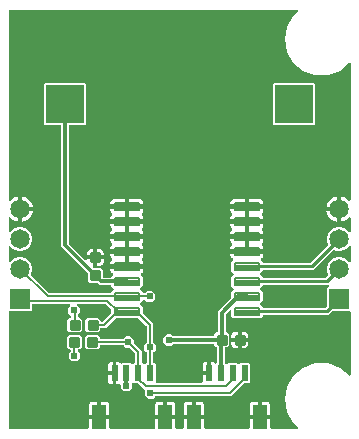
<source format=gbr>
G04 EAGLE Gerber RS-274X export*
G75*
%MOMM*%
%FSLAX34Y34*%
%LPD*%
%AMOC8*
5,1,8,0,0,1.08239X$1,22.5*%
G01*
%ADD10C,0.222250*%
%ADD11R,1.651000X1.651000*%
%ADD12C,1.651000*%
%ADD13R,0.600000X1.350000*%
%ADD14R,1.200000X2.000000*%
%ADD15C,0.190500*%
%ADD16R,3.200000X3.200000*%
%ADD17R,3.900000X3.900000*%
%ADD18C,0.609600*%
%ADD19C,0.203200*%
%ADD20C,0.304800*%
%ADD21C,0.254000*%

G36*
X168673Y43958D02*
X168673Y43958D01*
X168775Y43966D01*
X168803Y43978D01*
X168834Y43983D01*
X168926Y44027D01*
X169022Y44065D01*
X169045Y44085D01*
X169073Y44098D01*
X169148Y44168D01*
X169228Y44233D01*
X169245Y44259D01*
X169267Y44280D01*
X169318Y44369D01*
X169375Y44454D01*
X169381Y44478D01*
X169399Y44510D01*
X169457Y44770D01*
X169454Y44808D01*
X169459Y44831D01*
X169459Y50501D01*
X174389Y50501D01*
X174490Y50516D01*
X174593Y50524D01*
X174621Y50536D01*
X174652Y50540D01*
X174744Y50585D01*
X174839Y50623D01*
X174863Y50643D01*
X174891Y50656D01*
X174966Y50726D01*
X175046Y50791D01*
X175063Y50817D01*
X175085Y50838D01*
X175136Y50927D01*
X175193Y51012D01*
X175198Y51036D01*
X175217Y51068D01*
X175275Y51328D01*
X175274Y51334D01*
X175275Y51336D01*
X175272Y51368D01*
X175277Y51389D01*
X175277Y51723D01*
X175611Y51723D01*
X175713Y51738D01*
X175815Y51747D01*
X175843Y51758D01*
X175874Y51763D01*
X175966Y51807D01*
X176062Y51846D01*
X176085Y51865D01*
X176113Y51878D01*
X176188Y51949D01*
X176268Y52013D01*
X176285Y52039D01*
X176307Y52060D01*
X176358Y52149D01*
X176415Y52234D01*
X176421Y52258D01*
X176439Y52291D01*
X176497Y52550D01*
X176494Y52588D01*
X176499Y52611D01*
X176499Y61291D01*
X178335Y61291D01*
X178981Y61118D01*
X179560Y60783D01*
X179911Y60432D01*
X179993Y60372D01*
X180072Y60305D01*
X180100Y60293D01*
X180125Y60275D01*
X180222Y60241D01*
X180316Y60201D01*
X180347Y60197D01*
X180376Y60187D01*
X180478Y60184D01*
X180580Y60173D01*
X180611Y60179D01*
X180641Y60178D01*
X180740Y60205D01*
X180841Y60225D01*
X180861Y60238D01*
X180898Y60248D01*
X181122Y60391D01*
X181147Y60420D01*
X181167Y60432D01*
X181437Y60703D01*
X181450Y60719D01*
X181466Y60733D01*
X181528Y60826D01*
X181595Y60917D01*
X181602Y60936D01*
X181613Y60954D01*
X181623Y60998D01*
X181682Y61168D01*
X181686Y61280D01*
X181697Y61331D01*
X181697Y73250D01*
X181682Y73352D01*
X181674Y73454D01*
X181662Y73482D01*
X181657Y73513D01*
X181613Y73605D01*
X181575Y73701D01*
X181555Y73724D01*
X181542Y73752D01*
X181472Y73827D01*
X181407Y73907D01*
X181381Y73924D01*
X181360Y73946D01*
X181271Y73997D01*
X181186Y74054D01*
X181162Y74060D01*
X181130Y74078D01*
X181119Y74081D01*
X179368Y75831D01*
X179368Y76171D01*
X179353Y76273D01*
X179345Y76375D01*
X179333Y76403D01*
X179328Y76434D01*
X179284Y76526D01*
X179246Y76622D01*
X179226Y76645D01*
X179213Y76673D01*
X179143Y76748D01*
X179078Y76828D01*
X179052Y76845D01*
X179031Y76867D01*
X178942Y76918D01*
X178857Y76975D01*
X178833Y76981D01*
X178801Y76999D01*
X178541Y77057D01*
X178503Y77054D01*
X178480Y77059D01*
X144959Y77059D01*
X144939Y77056D01*
X144918Y77058D01*
X144807Y77036D01*
X144696Y77019D01*
X144678Y77010D01*
X144657Y77006D01*
X144618Y76982D01*
X144457Y76904D01*
X144375Y76827D01*
X144331Y76799D01*
X142969Y75437D01*
X138971Y75437D01*
X136143Y78265D01*
X136143Y82263D01*
X138971Y85091D01*
X142969Y85091D01*
X144135Y83925D01*
X144152Y83912D01*
X144165Y83896D01*
X144259Y83834D01*
X144349Y83767D01*
X144369Y83760D01*
X144386Y83749D01*
X144431Y83739D01*
X144600Y83680D01*
X144713Y83676D01*
X144763Y83665D01*
X178480Y83665D01*
X178582Y83680D01*
X178684Y83688D01*
X178712Y83700D01*
X178743Y83705D01*
X178835Y83749D01*
X178931Y83787D01*
X178954Y83807D01*
X178982Y83820D01*
X179057Y83890D01*
X179137Y83955D01*
X179154Y83981D01*
X179176Y84002D01*
X179227Y84091D01*
X179284Y84176D01*
X179290Y84200D01*
X179308Y84232D01*
X179366Y84492D01*
X179363Y84530D01*
X179368Y84553D01*
X179368Y84893D01*
X181061Y86586D01*
X181401Y86586D01*
X181503Y86601D01*
X181605Y86609D01*
X181633Y86621D01*
X181664Y86626D01*
X181756Y86670D01*
X181852Y86708D01*
X181875Y86728D01*
X181903Y86741D01*
X181978Y86811D01*
X182058Y86876D01*
X182075Y86902D01*
X182097Y86923D01*
X182148Y87012D01*
X182205Y87097D01*
X182211Y87121D01*
X182229Y87153D01*
X182287Y87413D01*
X182284Y87451D01*
X182289Y87474D01*
X182289Y104664D01*
X193541Y115916D01*
X193554Y115933D01*
X193570Y115946D01*
X193632Y116040D01*
X193699Y116130D01*
X193706Y116150D01*
X193717Y116167D01*
X193727Y116212D01*
X193786Y116381D01*
X193790Y116494D01*
X193801Y116544D01*
X193801Y121039D01*
X195534Y122772D01*
X195595Y122855D01*
X195662Y122933D01*
X195674Y122961D01*
X195692Y122986D01*
X195726Y123083D01*
X195766Y123177D01*
X195769Y123208D01*
X195779Y123237D01*
X195783Y123339D01*
X195794Y123442D01*
X195788Y123472D01*
X195789Y123503D01*
X195762Y123602D01*
X195742Y123702D01*
X195729Y123722D01*
X195719Y123759D01*
X195576Y123983D01*
X195547Y124008D01*
X195534Y124028D01*
X193801Y125761D01*
X193801Y133739D01*
X195534Y135472D01*
X195595Y135555D01*
X195662Y135633D01*
X195674Y135661D01*
X195692Y135686D01*
X195726Y135783D01*
X195766Y135877D01*
X195769Y135908D01*
X195779Y135937D01*
X195783Y136039D01*
X195794Y136142D01*
X195788Y136172D01*
X195789Y136203D01*
X195762Y136302D01*
X195742Y136402D01*
X195729Y136422D01*
X195719Y136459D01*
X195576Y136683D01*
X195547Y136708D01*
X195534Y136728D01*
X193801Y138461D01*
X193801Y146439D01*
X195136Y147774D01*
X195187Y147843D01*
X195245Y147906D01*
X195266Y147949D01*
X195294Y147988D01*
X195322Y148069D01*
X195359Y148146D01*
X195366Y148194D01*
X195381Y148239D01*
X195384Y148325D01*
X195396Y148409D01*
X195389Y148457D01*
X195391Y148505D01*
X195368Y148587D01*
X195354Y148672D01*
X195333Y148715D01*
X195321Y148761D01*
X195275Y148833D01*
X195237Y148910D01*
X195211Y148934D01*
X195178Y148985D01*
X194975Y149157D01*
X194960Y149164D01*
X194952Y149171D01*
X194388Y149497D01*
X193737Y150148D01*
X193277Y150944D01*
X193039Y151833D01*
X193039Y153373D01*
X206121Y153373D01*
X206222Y153388D01*
X206325Y153397D01*
X206353Y153408D01*
X206384Y153413D01*
X206476Y153457D01*
X206571Y153496D01*
X206595Y153515D01*
X206623Y153528D01*
X206698Y153598D01*
X206778Y153663D01*
X206795Y153689D01*
X206817Y153710D01*
X206868Y153799D01*
X206925Y153884D01*
X206930Y153908D01*
X206949Y153940D01*
X207007Y154200D01*
X207004Y154238D01*
X207009Y154261D01*
X207009Y155151D01*
X207011Y155151D01*
X207011Y154261D01*
X207026Y154160D01*
X207035Y154057D01*
X207046Y154029D01*
X207051Y153998D01*
X207095Y153906D01*
X207134Y153811D01*
X207153Y153787D01*
X207166Y153759D01*
X207236Y153684D01*
X207301Y153604D01*
X207327Y153587D01*
X207348Y153565D01*
X207437Y153514D01*
X207522Y153457D01*
X207546Y153451D01*
X207579Y153433D01*
X207838Y153375D01*
X207876Y153378D01*
X207899Y153373D01*
X220981Y153373D01*
X220981Y151833D01*
X220743Y150944D01*
X220283Y150148D01*
X219632Y149497D01*
X219068Y149171D01*
X219001Y149118D01*
X218928Y149072D01*
X218897Y149035D01*
X218860Y149005D01*
X218812Y148934D01*
X218756Y148869D01*
X218737Y148825D01*
X218711Y148785D01*
X218686Y148703D01*
X218652Y148625D01*
X218647Y148577D01*
X218633Y148531D01*
X218633Y148446D01*
X218624Y148360D01*
X218634Y148313D01*
X218634Y148265D01*
X218660Y148184D01*
X218677Y148100D01*
X218696Y148070D01*
X218714Y148012D01*
X218865Y147793D01*
X218878Y147783D01*
X218884Y147774D01*
X220219Y146439D01*
X220219Y146387D01*
X220234Y146285D01*
X220242Y146183D01*
X220254Y146155D01*
X220259Y146124D01*
X220303Y146032D01*
X220341Y145936D01*
X220361Y145913D01*
X220374Y145885D01*
X220444Y145810D01*
X220509Y145730D01*
X220535Y145713D01*
X220556Y145691D01*
X220645Y145640D01*
X220730Y145583D01*
X220754Y145577D01*
X220786Y145559D01*
X221046Y145501D01*
X221084Y145504D01*
X221107Y145499D01*
X260119Y145499D01*
X260140Y145502D01*
X260161Y145500D01*
X260271Y145522D01*
X260382Y145539D01*
X260401Y145548D01*
X260422Y145552D01*
X260460Y145576D01*
X260621Y145654D01*
X260704Y145731D01*
X260747Y145759D01*
X275638Y160650D01*
X275675Y160700D01*
X275719Y160743D01*
X275753Y160806D01*
X275796Y160864D01*
X275816Y160922D01*
X275846Y160977D01*
X275860Y161047D01*
X275883Y161115D01*
X275885Y161177D01*
X275897Y161237D01*
X275889Y161285D01*
X275892Y161380D01*
X275836Y161587D01*
X275831Y161618D01*
X274966Y163704D01*
X274966Y167696D01*
X276494Y171384D01*
X279316Y174206D01*
X283004Y175734D01*
X286996Y175734D01*
X290684Y174206D01*
X293276Y171614D01*
X293317Y171583D01*
X293353Y171546D01*
X293424Y171505D01*
X293490Y171456D01*
X293539Y171439D01*
X293583Y171414D01*
X293663Y171396D01*
X293741Y171369D01*
X293793Y171367D01*
X293843Y171356D01*
X293925Y171362D01*
X294007Y171360D01*
X294056Y171373D01*
X294108Y171377D01*
X294184Y171408D01*
X294263Y171430D01*
X294307Y171457D01*
X294355Y171476D01*
X294418Y171528D01*
X294487Y171572D01*
X294521Y171611D01*
X294561Y171644D01*
X294606Y171712D01*
X294659Y171775D01*
X294680Y171822D01*
X294708Y171865D01*
X294720Y171916D01*
X294764Y172019D01*
X294782Y172198D01*
X294792Y172242D01*
X294792Y183480D01*
X294785Y183531D01*
X294786Y183583D01*
X294765Y183662D01*
X294752Y183743D01*
X294730Y183790D01*
X294716Y183839D01*
X294672Y183909D01*
X294637Y183983D01*
X294602Y184020D01*
X294574Y184064D01*
X294511Y184117D01*
X294455Y184177D01*
X294411Y184202D01*
X294371Y184236D01*
X294296Y184268D01*
X294225Y184309D01*
X294174Y184320D01*
X294127Y184340D01*
X294045Y184349D01*
X293965Y184367D01*
X293914Y184362D01*
X293862Y184368D01*
X293782Y184352D01*
X293700Y184345D01*
X293652Y184326D01*
X293602Y184316D01*
X293558Y184288D01*
X293453Y184246D01*
X293314Y184133D01*
X293276Y184108D01*
X292033Y182865D01*
X290658Y181867D01*
X289144Y181095D01*
X287528Y180570D01*
X286777Y180451D01*
X286777Y190211D01*
X286762Y190312D01*
X286753Y190415D01*
X286742Y190443D01*
X286737Y190474D01*
X286693Y190566D01*
X286654Y190661D01*
X286635Y190685D01*
X286622Y190713D01*
X286552Y190788D01*
X286487Y190868D01*
X286461Y190885D01*
X286440Y190907D01*
X286351Y190958D01*
X286266Y191015D01*
X286242Y191020D01*
X286210Y191039D01*
X285950Y191097D01*
X285912Y191094D01*
X285889Y191099D01*
X284999Y191099D01*
X284999Y191101D01*
X285889Y191101D01*
X285990Y191116D01*
X286093Y191125D01*
X286121Y191136D01*
X286152Y191141D01*
X286244Y191185D01*
X286339Y191224D01*
X286363Y191243D01*
X286391Y191256D01*
X286466Y191326D01*
X286546Y191391D01*
X286563Y191417D01*
X286585Y191438D01*
X286636Y191527D01*
X286693Y191612D01*
X286699Y191636D01*
X286717Y191669D01*
X286775Y191928D01*
X286772Y191966D01*
X286777Y191989D01*
X286777Y201749D01*
X287528Y201630D01*
X289144Y201105D01*
X290658Y200333D01*
X292033Y199335D01*
X293276Y198092D01*
X293317Y198061D01*
X293353Y198023D01*
X293424Y197982D01*
X293490Y197934D01*
X293539Y197917D01*
X293583Y197891D01*
X293663Y197873D01*
X293741Y197846D01*
X293793Y197845D01*
X293843Y197833D01*
X293925Y197840D01*
X294007Y197837D01*
X294056Y197851D01*
X294108Y197855D01*
X294184Y197886D01*
X294263Y197907D01*
X294307Y197935D01*
X294355Y197954D01*
X294418Y198006D01*
X294487Y198050D01*
X294521Y198089D01*
X294561Y198122D01*
X294606Y198190D01*
X294659Y198252D01*
X294680Y198300D01*
X294708Y198343D01*
X294720Y198393D01*
X294764Y198497D01*
X294782Y198675D01*
X294792Y198720D01*
X294792Y314005D01*
X294790Y314018D01*
X294792Y314030D01*
X294771Y314148D01*
X294752Y314268D01*
X294747Y314279D01*
X294745Y314292D01*
X294689Y314398D01*
X294637Y314507D01*
X294628Y314516D01*
X294622Y314528D01*
X294538Y314613D01*
X294455Y314701D01*
X294444Y314708D01*
X294435Y314717D01*
X294329Y314774D01*
X294225Y314833D01*
X294212Y314836D01*
X294201Y314842D01*
X294082Y314865D01*
X293965Y314891D01*
X293952Y314890D01*
X293940Y314892D01*
X293820Y314879D01*
X293700Y314869D01*
X293688Y314865D01*
X293676Y314863D01*
X293644Y314847D01*
X293453Y314770D01*
X293377Y314708D01*
X293333Y314685D01*
X285438Y308061D01*
X275362Y304393D01*
X264638Y304393D01*
X254562Y308061D01*
X246348Y314953D01*
X240986Y324240D01*
X239124Y334800D01*
X240986Y345360D01*
X246348Y354647D01*
X250372Y358024D01*
X250431Y358091D01*
X250497Y358153D01*
X250519Y358190D01*
X250548Y358223D01*
X250585Y358305D01*
X250629Y358383D01*
X250639Y358426D01*
X250657Y358465D01*
X250668Y358555D01*
X250687Y358643D01*
X250684Y358686D01*
X250689Y358729D01*
X250673Y358818D01*
X250666Y358908D01*
X250649Y358948D01*
X250642Y358991D01*
X250600Y359071D01*
X250567Y359155D01*
X250539Y359188D01*
X250519Y359227D01*
X250456Y359291D01*
X250399Y359361D01*
X250363Y359385D01*
X250332Y359416D01*
X250253Y359458D01*
X250178Y359508D01*
X250146Y359515D01*
X250098Y359541D01*
X249837Y359592D01*
X249815Y359589D01*
X249801Y359592D01*
X6096Y359592D01*
X5994Y359577D01*
X5892Y359569D01*
X5864Y359557D01*
X5833Y359552D01*
X5741Y359508D01*
X5645Y359470D01*
X5622Y359450D01*
X5594Y359437D01*
X5519Y359367D01*
X5439Y359302D01*
X5422Y359276D01*
X5400Y359255D01*
X5349Y359166D01*
X5292Y359081D01*
X5286Y359057D01*
X5268Y359025D01*
X5210Y358765D01*
X5213Y358727D01*
X5208Y358704D01*
X5208Y198720D01*
X5215Y198669D01*
X5214Y198617D01*
X5235Y198538D01*
X5248Y198457D01*
X5270Y198410D01*
X5284Y198361D01*
X5328Y198291D01*
X5363Y198217D01*
X5398Y198180D01*
X5426Y198136D01*
X5489Y198083D01*
X5545Y198023D01*
X5589Y197998D01*
X5629Y197964D01*
X5704Y197932D01*
X5775Y197891D01*
X5826Y197880D01*
X5873Y197860D01*
X5955Y197851D01*
X6035Y197833D01*
X6086Y197838D01*
X6138Y197832D01*
X6218Y197848D01*
X6300Y197855D01*
X6348Y197874D01*
X6398Y197884D01*
X6442Y197912D01*
X6547Y197954D01*
X6686Y198067D01*
X6724Y198092D01*
X7967Y199335D01*
X9342Y200333D01*
X10856Y201105D01*
X12472Y201630D01*
X13223Y201749D01*
X13223Y191989D01*
X13238Y191888D01*
X13246Y191785D01*
X13258Y191757D01*
X13263Y191726D01*
X13307Y191634D01*
X13345Y191539D01*
X13365Y191515D01*
X13378Y191487D01*
X13448Y191412D01*
X13513Y191332D01*
X13539Y191315D01*
X13560Y191293D01*
X13649Y191242D01*
X13734Y191185D01*
X13758Y191180D01*
X13790Y191161D01*
X14050Y191103D01*
X14088Y191106D01*
X14111Y191101D01*
X15001Y191101D01*
X15001Y191099D01*
X14111Y191099D01*
X14009Y191084D01*
X13907Y191075D01*
X13879Y191064D01*
X13848Y191059D01*
X13756Y191015D01*
X13660Y190976D01*
X13637Y190957D01*
X13609Y190944D01*
X13534Y190874D01*
X13454Y190809D01*
X13437Y190783D01*
X13415Y190762D01*
X13364Y190673D01*
X13307Y190588D01*
X13301Y190564D01*
X13283Y190531D01*
X13225Y190272D01*
X13228Y190234D01*
X13223Y190211D01*
X13223Y180451D01*
X12472Y180570D01*
X10856Y181095D01*
X9342Y181867D01*
X7967Y182865D01*
X6724Y184108D01*
X6683Y184139D01*
X6647Y184177D01*
X6576Y184218D01*
X6510Y184266D01*
X6461Y184283D01*
X6417Y184309D01*
X6337Y184327D01*
X6259Y184354D01*
X6207Y184355D01*
X6157Y184367D01*
X6075Y184360D01*
X5993Y184363D01*
X5944Y184349D01*
X5892Y184345D01*
X5816Y184314D01*
X5737Y184293D01*
X5693Y184265D01*
X5645Y184246D01*
X5582Y184194D01*
X5513Y184150D01*
X5479Y184111D01*
X5439Y184078D01*
X5394Y184010D01*
X5341Y183948D01*
X5320Y183900D01*
X5292Y183857D01*
X5280Y183807D01*
X5236Y183703D01*
X5218Y183525D01*
X5208Y183480D01*
X5208Y172242D01*
X5215Y172191D01*
X5214Y172139D01*
X5235Y172060D01*
X5248Y171979D01*
X5270Y171933D01*
X5284Y171883D01*
X5328Y171814D01*
X5363Y171740D01*
X5398Y171702D01*
X5426Y171659D01*
X5489Y171605D01*
X5545Y171546D01*
X5589Y171520D01*
X5629Y171487D01*
X5704Y171454D01*
X5775Y171414D01*
X5826Y171402D01*
X5873Y171382D01*
X5955Y171374D01*
X6035Y171356D01*
X6086Y171360D01*
X6138Y171355D01*
X6218Y171371D01*
X6300Y171377D01*
X6348Y171397D01*
X6398Y171407D01*
X6442Y171434D01*
X6547Y171476D01*
X6686Y171589D01*
X6724Y171614D01*
X9316Y174206D01*
X13004Y175734D01*
X16996Y175734D01*
X20684Y174206D01*
X23506Y171384D01*
X25034Y167696D01*
X25034Y163704D01*
X23506Y160016D01*
X20684Y157194D01*
X16996Y155666D01*
X13004Y155666D01*
X9316Y157194D01*
X6724Y159786D01*
X6683Y159817D01*
X6647Y159854D01*
X6576Y159895D01*
X6510Y159944D01*
X6461Y159961D01*
X6417Y159986D01*
X6337Y160004D01*
X6259Y160031D01*
X6207Y160033D01*
X6157Y160044D01*
X6075Y160038D01*
X5993Y160040D01*
X5944Y160027D01*
X5892Y160023D01*
X5816Y159992D01*
X5737Y159970D01*
X5693Y159943D01*
X5645Y159924D01*
X5582Y159872D01*
X5513Y159828D01*
X5479Y159789D01*
X5439Y159756D01*
X5394Y159688D01*
X5341Y159625D01*
X5320Y159578D01*
X5292Y159535D01*
X5280Y159484D01*
X5236Y159381D01*
X5218Y159202D01*
X5208Y159158D01*
X5208Y146842D01*
X5215Y146791D01*
X5214Y146739D01*
X5235Y146660D01*
X5248Y146579D01*
X5270Y146533D01*
X5284Y146483D01*
X5328Y146414D01*
X5363Y146340D01*
X5398Y146302D01*
X5426Y146259D01*
X5489Y146205D01*
X5545Y146146D01*
X5589Y146120D01*
X5629Y146087D01*
X5704Y146054D01*
X5775Y146014D01*
X5826Y146002D01*
X5873Y145982D01*
X5955Y145974D01*
X6035Y145956D01*
X6086Y145960D01*
X6138Y145955D01*
X6218Y145971D01*
X6300Y145977D01*
X6348Y145997D01*
X6398Y146007D01*
X6442Y146034D01*
X6547Y146076D01*
X6686Y146189D01*
X6724Y146214D01*
X9316Y148806D01*
X13004Y150334D01*
X16996Y150334D01*
X20684Y148806D01*
X23506Y145984D01*
X25034Y142296D01*
X25034Y138304D01*
X24064Y135964D01*
X24049Y135903D01*
X24025Y135846D01*
X24018Y135775D01*
X24000Y135706D01*
X24004Y135644D01*
X23998Y135582D01*
X24012Y135512D01*
X24016Y135440D01*
X24037Y135382D01*
X24050Y135321D01*
X24075Y135281D01*
X24109Y135191D01*
X24240Y135022D01*
X24257Y134996D01*
X39147Y120105D01*
X39164Y120092D01*
X39178Y120076D01*
X39271Y120014D01*
X39361Y119947D01*
X39381Y119940D01*
X39399Y119929D01*
X39443Y119919D01*
X39612Y119860D01*
X39725Y119856D01*
X39776Y119845D01*
X91313Y119845D01*
X91415Y119860D01*
X91517Y119868D01*
X91545Y119880D01*
X91576Y119885D01*
X91668Y119929D01*
X91764Y119967D01*
X91787Y119987D01*
X91815Y120000D01*
X91890Y120070D01*
X91970Y120135D01*
X91987Y120161D01*
X92009Y120182D01*
X92060Y120271D01*
X92117Y120356D01*
X92123Y120380D01*
X92141Y120412D01*
X92199Y120672D01*
X92196Y120710D01*
X92201Y120733D01*
X92201Y121039D01*
X93934Y122772D01*
X93995Y122855D01*
X94062Y122933D01*
X94074Y122961D01*
X94092Y122986D01*
X94126Y123083D01*
X94166Y123177D01*
X94169Y123208D01*
X94179Y123237D01*
X94183Y123340D01*
X94194Y123442D01*
X94188Y123472D01*
X94189Y123503D01*
X94162Y123602D01*
X94142Y123702D01*
X94129Y123723D01*
X94119Y123759D01*
X93976Y123983D01*
X93947Y124008D01*
X93934Y124028D01*
X92165Y125797D01*
X92161Y125822D01*
X92117Y125914D01*
X92079Y126010D01*
X92059Y126033D01*
X92046Y126061D01*
X91976Y126136D01*
X91911Y126216D01*
X91885Y126233D01*
X91864Y126255D01*
X91775Y126306D01*
X91690Y126363D01*
X91666Y126369D01*
X91634Y126387D01*
X91374Y126445D01*
X91336Y126442D01*
X91313Y126447D01*
X82492Y126447D01*
X80521Y128418D01*
X80506Y128429D01*
X80495Y128443D01*
X80493Y128444D01*
X80491Y128447D01*
X80397Y128509D01*
X80307Y128576D01*
X80287Y128583D01*
X80270Y128594D01*
X80225Y128604D01*
X80056Y128663D01*
X79943Y128667D01*
X79893Y128678D01*
X74177Y128678D01*
X72484Y130371D01*
X72484Y136087D01*
X72481Y136108D01*
X72483Y136129D01*
X72461Y136239D01*
X72444Y136350D01*
X72435Y136369D01*
X72431Y136389D01*
X72407Y136428D01*
X72329Y136589D01*
X72252Y136672D01*
X72224Y136715D01*
X51892Y157047D01*
X49697Y159242D01*
X49697Y261333D01*
X49682Y261435D01*
X49674Y261537D01*
X49662Y261565D01*
X49657Y261596D01*
X49613Y261688D01*
X49575Y261784D01*
X49555Y261807D01*
X49542Y261835D01*
X49472Y261910D01*
X49407Y261990D01*
X49381Y262007D01*
X49360Y262029D01*
X49271Y262080D01*
X49186Y262137D01*
X49162Y262143D01*
X49130Y262161D01*
X48870Y262219D01*
X48832Y262216D01*
X48809Y262221D01*
X36263Y262221D01*
X35221Y263263D01*
X35221Y296737D01*
X36263Y297779D01*
X69737Y297779D01*
X70779Y296737D01*
X70779Y263263D01*
X69737Y262221D01*
X57191Y262221D01*
X57089Y262206D01*
X56987Y262198D01*
X56959Y262186D01*
X56928Y262181D01*
X56836Y262137D01*
X56740Y262099D01*
X56717Y262079D01*
X56689Y262066D01*
X56614Y261996D01*
X56534Y261931D01*
X56517Y261905D01*
X56495Y261884D01*
X56444Y261795D01*
X56387Y261710D01*
X56381Y261686D01*
X56363Y261654D01*
X56305Y261394D01*
X56308Y261356D01*
X56303Y261333D01*
X56303Y162346D01*
X56306Y162325D01*
X56304Y162304D01*
X56326Y162194D01*
X56343Y162083D01*
X56352Y162064D01*
X56356Y162044D01*
X56380Y162005D01*
X56458Y161844D01*
X56535Y161761D01*
X56563Y161718D01*
X70206Y148075D01*
X70247Y148044D01*
X70283Y148006D01*
X70354Y147966D01*
X70420Y147917D01*
X70469Y147900D01*
X70513Y147875D01*
X70593Y147857D01*
X70671Y147830D01*
X70723Y147828D01*
X70773Y147817D01*
X70855Y147823D01*
X70937Y147821D01*
X70986Y147834D01*
X71038Y147838D01*
X71114Y147869D01*
X71193Y147890D01*
X71237Y147918D01*
X71285Y147937D01*
X71348Y147989D01*
X71417Y148033D01*
X71451Y148072D01*
X71491Y148105D01*
X71536Y148173D01*
X71589Y148236D01*
X71610Y148283D01*
X71638Y148326D01*
X71647Y148365D01*
X76931Y148365D01*
X76931Y143086D01*
X76910Y143080D01*
X76841Y143036D01*
X76767Y143001D01*
X76729Y142966D01*
X76686Y142938D01*
X76632Y142875D01*
X76572Y142819D01*
X76547Y142775D01*
X76513Y142735D01*
X76481Y142660D01*
X76441Y142589D01*
X76429Y142538D01*
X76409Y142491D01*
X76401Y142409D01*
X76383Y142329D01*
X76387Y142278D01*
X76382Y142226D01*
X76398Y142146D01*
X76404Y142064D01*
X76424Y142016D01*
X76434Y141966D01*
X76461Y141922D01*
X76503Y141817D01*
X76616Y141678D01*
X76641Y141640D01*
X76895Y141386D01*
X76912Y141373D01*
X76925Y141357D01*
X77019Y141295D01*
X77109Y141228D01*
X77129Y141221D01*
X77146Y141210D01*
X77191Y141200D01*
X77360Y141141D01*
X77473Y141137D01*
X77523Y141126D01*
X83239Y141126D01*
X84932Y139433D01*
X84932Y133941D01*
X84947Y133839D01*
X84955Y133737D01*
X84967Y133709D01*
X84972Y133678D01*
X85016Y133586D01*
X85054Y133490D01*
X85074Y133467D01*
X85087Y133439D01*
X85157Y133364D01*
X85222Y133284D01*
X85248Y133267D01*
X85269Y133245D01*
X85358Y133194D01*
X85443Y133137D01*
X85467Y133131D01*
X85499Y133113D01*
X85759Y133055D01*
X85797Y133058D01*
X85820Y133053D01*
X91313Y133053D01*
X91415Y133068D01*
X91517Y133076D01*
X91545Y133088D01*
X91576Y133093D01*
X91668Y133137D01*
X91764Y133175D01*
X91787Y133195D01*
X91815Y133208D01*
X91890Y133278D01*
X91970Y133343D01*
X91987Y133369D01*
X92009Y133390D01*
X92060Y133479D01*
X92117Y133564D01*
X92123Y133588D01*
X92141Y133620D01*
X92158Y133696D01*
X93536Y135074D01*
X93587Y135143D01*
X93645Y135206D01*
X93666Y135249D01*
X93694Y135288D01*
X93722Y135369D01*
X93759Y135446D01*
X93766Y135494D01*
X93781Y135539D01*
X93784Y135625D01*
X93796Y135709D01*
X93789Y135757D01*
X93791Y135805D01*
X93768Y135887D01*
X93754Y135972D01*
X93733Y136015D01*
X93721Y136061D01*
X93675Y136133D01*
X93637Y136210D01*
X93611Y136234D01*
X93578Y136285D01*
X93375Y136457D01*
X93360Y136464D01*
X93352Y136471D01*
X92788Y136797D01*
X92137Y137448D01*
X91677Y138244D01*
X91439Y139133D01*
X91439Y140673D01*
X104521Y140673D01*
X104622Y140688D01*
X104725Y140697D01*
X104753Y140708D01*
X104784Y140713D01*
X104876Y140757D01*
X104971Y140796D01*
X104995Y140815D01*
X105023Y140828D01*
X105098Y140898D01*
X105178Y140963D01*
X105195Y140989D01*
X105217Y141010D01*
X105268Y141099D01*
X105325Y141184D01*
X105330Y141208D01*
X105349Y141240D01*
X105407Y141500D01*
X105404Y141538D01*
X105409Y141561D01*
X105409Y142451D01*
X105411Y142451D01*
X105411Y141561D01*
X105426Y141460D01*
X105435Y141357D01*
X105446Y141329D01*
X105451Y141298D01*
X105495Y141206D01*
X105534Y141111D01*
X105553Y141087D01*
X105566Y141059D01*
X105636Y140984D01*
X105701Y140904D01*
X105727Y140887D01*
X105748Y140865D01*
X105837Y140814D01*
X105922Y140757D01*
X105946Y140751D01*
X105979Y140733D01*
X106238Y140675D01*
X106276Y140678D01*
X106299Y140673D01*
X119381Y140673D01*
X119381Y139133D01*
X119143Y138244D01*
X118683Y137448D01*
X118032Y136797D01*
X117468Y136471D01*
X117401Y136418D01*
X117328Y136372D01*
X117297Y136335D01*
X117260Y136305D01*
X117212Y136234D01*
X117156Y136169D01*
X117137Y136125D01*
X117111Y136085D01*
X117086Y136003D01*
X117052Y135925D01*
X117047Y135877D01*
X117033Y135831D01*
X117033Y135746D01*
X117024Y135660D01*
X117034Y135613D01*
X117034Y135565D01*
X117060Y135484D01*
X117077Y135400D01*
X117096Y135370D01*
X117114Y135312D01*
X117265Y135093D01*
X117278Y135083D01*
X117284Y135074D01*
X118619Y133739D01*
X118619Y125761D01*
X116886Y124028D01*
X116825Y123945D01*
X116758Y123867D01*
X116746Y123839D01*
X116728Y123814D01*
X116694Y123717D01*
X116654Y123623D01*
X116651Y123592D01*
X116641Y123563D01*
X116637Y123461D01*
X116626Y123358D01*
X116632Y123328D01*
X116631Y123297D01*
X116658Y123198D01*
X116678Y123098D01*
X116691Y123078D01*
X116701Y123041D01*
X116844Y122817D01*
X116873Y122792D01*
X116886Y122772D01*
X118619Y121039D01*
X118619Y120733D01*
X118634Y120631D01*
X118642Y120529D01*
X118654Y120501D01*
X118659Y120470D01*
X118703Y120378D01*
X118741Y120282D01*
X118761Y120259D01*
X118774Y120231D01*
X118844Y120156D01*
X118909Y120076D01*
X118935Y120059D01*
X118956Y120037D01*
X119045Y119986D01*
X119130Y119929D01*
X119154Y119923D01*
X119186Y119905D01*
X119446Y119847D01*
X119484Y119850D01*
X119507Y119845D01*
X120271Y119845D01*
X120291Y119848D01*
X120312Y119846D01*
X120423Y119868D01*
X120534Y119885D01*
X120552Y119894D01*
X120573Y119898D01*
X120612Y119922D01*
X120773Y120000D01*
X120855Y120077D01*
X120899Y120105D01*
X122715Y121921D01*
X126713Y121921D01*
X129541Y119093D01*
X129541Y115095D01*
X126713Y112267D01*
X122715Y112267D01*
X120987Y113995D01*
X120970Y114008D01*
X120957Y114024D01*
X120863Y114086D01*
X120773Y114153D01*
X120753Y114160D01*
X120736Y114171D01*
X120691Y114181D01*
X120522Y114240D01*
X120409Y114244D01*
X120359Y114255D01*
X119507Y114255D01*
X119405Y114240D01*
X119303Y114232D01*
X119275Y114220D01*
X119244Y114215D01*
X119152Y114171D01*
X119056Y114133D01*
X119033Y114113D01*
X119005Y114100D01*
X118930Y114030D01*
X118850Y113965D01*
X118833Y113939D01*
X118811Y113918D01*
X118760Y113829D01*
X118703Y113744D01*
X118697Y113720D01*
X118679Y113688D01*
X118621Y113428D01*
X118624Y113390D01*
X118619Y113367D01*
X118619Y113061D01*
X116886Y111328D01*
X116825Y111245D01*
X116758Y111167D01*
X116746Y111139D01*
X116728Y111114D01*
X116694Y111017D01*
X116654Y110923D01*
X116651Y110892D01*
X116641Y110863D01*
X116637Y110761D01*
X116626Y110658D01*
X116632Y110628D01*
X116631Y110597D01*
X116658Y110498D01*
X116678Y110398D01*
X116691Y110378D01*
X116701Y110341D01*
X116844Y110117D01*
X116873Y110092D01*
X116886Y110072D01*
X118619Y108339D01*
X118619Y103380D01*
X118622Y103359D01*
X118620Y103338D01*
X118642Y103228D01*
X118659Y103117D01*
X118668Y103098D01*
X118672Y103077D01*
X118696Y103039D01*
X118774Y102877D01*
X118851Y102795D01*
X118879Y102751D01*
X127795Y93836D01*
X127795Y78313D01*
X127798Y78292D01*
X127796Y78272D01*
X127818Y78161D01*
X127835Y78050D01*
X127844Y78032D01*
X127848Y78011D01*
X127872Y77972D01*
X127950Y77811D01*
X128027Y77729D01*
X128055Y77685D01*
X129827Y75913D01*
X129827Y71915D01*
X128055Y70143D01*
X128042Y70126D01*
X128026Y70113D01*
X127964Y70019D01*
X127897Y69929D01*
X127890Y69909D01*
X127879Y69892D01*
X127869Y69847D01*
X127810Y69678D01*
X127806Y69565D01*
X127795Y69515D01*
X127795Y61417D01*
X127810Y61315D01*
X127818Y61213D01*
X127830Y61185D01*
X127835Y61154D01*
X127879Y61062D01*
X127917Y60966D01*
X127937Y60943D01*
X127950Y60915D01*
X128020Y60840D01*
X128085Y60760D01*
X128111Y60743D01*
X128132Y60721D01*
X128221Y60670D01*
X128306Y60613D01*
X128330Y60607D01*
X128362Y60589D01*
X128622Y60531D01*
X128660Y60534D01*
X128683Y60529D01*
X128737Y60529D01*
X129779Y59487D01*
X129779Y44831D01*
X129794Y44729D01*
X129802Y44627D01*
X129814Y44599D01*
X129819Y44568D01*
X129863Y44476D01*
X129901Y44380D01*
X129921Y44357D01*
X129934Y44329D01*
X130004Y44254D01*
X130069Y44174D01*
X130095Y44157D01*
X130116Y44135D01*
X130205Y44084D01*
X130290Y44027D01*
X130314Y44021D01*
X130346Y44003D01*
X130606Y43945D01*
X130644Y43948D01*
X130667Y43943D01*
X168571Y43943D01*
X168673Y43958D01*
G37*
G36*
X72673Y5223D02*
X72673Y5223D01*
X72775Y5231D01*
X72803Y5243D01*
X72834Y5248D01*
X72926Y5292D01*
X73022Y5330D01*
X73045Y5350D01*
X73073Y5363D01*
X73148Y5433D01*
X73228Y5498D01*
X73245Y5524D01*
X73267Y5545D01*
X73318Y5634D01*
X73375Y5719D01*
X73381Y5743D01*
X73399Y5775D01*
X73457Y6035D01*
X73454Y6073D01*
X73459Y6096D01*
X73459Y13473D01*
X81111Y13473D01*
X81212Y13488D01*
X81315Y13497D01*
X81343Y13508D01*
X81374Y13513D01*
X81466Y13557D01*
X81561Y13596D01*
X81585Y13615D01*
X81613Y13628D01*
X81688Y13698D01*
X81768Y13763D01*
X81785Y13789D01*
X81807Y13810D01*
X81858Y13899D01*
X81915Y13984D01*
X81920Y14008D01*
X81939Y14040D01*
X81997Y14300D01*
X81994Y14338D01*
X81999Y14361D01*
X81999Y15251D01*
X82001Y15251D01*
X82001Y14361D01*
X82016Y14260D01*
X82025Y14157D01*
X82036Y14129D01*
X82041Y14098D01*
X82085Y14006D01*
X82124Y13911D01*
X82143Y13887D01*
X82156Y13859D01*
X82226Y13784D01*
X82291Y13704D01*
X82317Y13687D01*
X82338Y13665D01*
X82427Y13614D01*
X82512Y13557D01*
X82536Y13551D01*
X82569Y13533D01*
X82828Y13475D01*
X82866Y13478D01*
X82889Y13473D01*
X90541Y13473D01*
X90541Y6096D01*
X90556Y5994D01*
X90564Y5892D01*
X90576Y5864D01*
X90581Y5833D01*
X90625Y5741D01*
X90663Y5645D01*
X90683Y5622D01*
X90696Y5594D01*
X90766Y5519D01*
X90831Y5439D01*
X90857Y5422D01*
X90878Y5400D01*
X90967Y5349D01*
X91052Y5292D01*
X91076Y5286D01*
X91108Y5268D01*
X91368Y5210D01*
X91406Y5213D01*
X91429Y5208D01*
X128571Y5208D01*
X128673Y5223D01*
X128775Y5231D01*
X128803Y5243D01*
X128834Y5248D01*
X128926Y5292D01*
X129022Y5330D01*
X129045Y5350D01*
X129073Y5363D01*
X129148Y5433D01*
X129228Y5498D01*
X129245Y5524D01*
X129267Y5545D01*
X129318Y5634D01*
X129375Y5719D01*
X129381Y5743D01*
X129399Y5775D01*
X129457Y6035D01*
X129454Y6073D01*
X129459Y6096D01*
X129459Y13473D01*
X137111Y13473D01*
X137212Y13488D01*
X137315Y13497D01*
X137343Y13508D01*
X137374Y13513D01*
X137466Y13557D01*
X137561Y13596D01*
X137585Y13615D01*
X137613Y13628D01*
X137688Y13698D01*
X137768Y13763D01*
X137785Y13789D01*
X137807Y13810D01*
X137858Y13899D01*
X137915Y13984D01*
X137920Y14008D01*
X137939Y14040D01*
X137997Y14300D01*
X137994Y14338D01*
X137999Y14361D01*
X137999Y15251D01*
X138001Y15251D01*
X138001Y14361D01*
X138016Y14260D01*
X138025Y14157D01*
X138036Y14129D01*
X138041Y14098D01*
X138085Y14006D01*
X138124Y13911D01*
X138143Y13887D01*
X138156Y13859D01*
X138226Y13784D01*
X138291Y13704D01*
X138317Y13687D01*
X138338Y13665D01*
X138427Y13614D01*
X138512Y13557D01*
X138536Y13551D01*
X138569Y13533D01*
X138828Y13475D01*
X138866Y13478D01*
X138889Y13473D01*
X146541Y13473D01*
X146541Y6096D01*
X146556Y5994D01*
X146564Y5892D01*
X146576Y5864D01*
X146581Y5833D01*
X146625Y5741D01*
X146663Y5645D01*
X146683Y5622D01*
X146696Y5594D01*
X146766Y5519D01*
X146831Y5439D01*
X146857Y5422D01*
X146878Y5400D01*
X146967Y5349D01*
X147052Y5292D01*
X147076Y5286D01*
X147108Y5268D01*
X147368Y5210D01*
X147406Y5213D01*
X147429Y5208D01*
X152571Y5208D01*
X152673Y5223D01*
X152775Y5231D01*
X152803Y5243D01*
X152834Y5248D01*
X152926Y5292D01*
X153022Y5330D01*
X153045Y5350D01*
X153073Y5363D01*
X153148Y5433D01*
X153228Y5498D01*
X153245Y5524D01*
X153267Y5545D01*
X153318Y5634D01*
X153375Y5719D01*
X153381Y5743D01*
X153399Y5775D01*
X153457Y6035D01*
X153454Y6073D01*
X153459Y6096D01*
X153459Y13473D01*
X161111Y13473D01*
X161212Y13488D01*
X161315Y13497D01*
X161343Y13508D01*
X161374Y13513D01*
X161466Y13557D01*
X161561Y13596D01*
X161585Y13615D01*
X161613Y13628D01*
X161688Y13698D01*
X161768Y13763D01*
X161785Y13789D01*
X161807Y13810D01*
X161858Y13899D01*
X161915Y13984D01*
X161920Y14008D01*
X161939Y14040D01*
X161997Y14300D01*
X161994Y14338D01*
X161999Y14361D01*
X161999Y15251D01*
X162001Y15251D01*
X162001Y14361D01*
X162016Y14260D01*
X162025Y14157D01*
X162036Y14129D01*
X162041Y14098D01*
X162085Y14006D01*
X162124Y13911D01*
X162143Y13887D01*
X162156Y13859D01*
X162226Y13784D01*
X162291Y13704D01*
X162317Y13687D01*
X162338Y13665D01*
X162427Y13614D01*
X162512Y13557D01*
X162536Y13551D01*
X162569Y13533D01*
X162828Y13475D01*
X162866Y13478D01*
X162889Y13473D01*
X170541Y13473D01*
X170541Y6096D01*
X170556Y5994D01*
X170564Y5892D01*
X170576Y5864D01*
X170581Y5833D01*
X170625Y5741D01*
X170663Y5645D01*
X170683Y5622D01*
X170696Y5594D01*
X170766Y5519D01*
X170831Y5439D01*
X170857Y5422D01*
X170878Y5400D01*
X170967Y5349D01*
X171052Y5292D01*
X171076Y5286D01*
X171108Y5268D01*
X171368Y5210D01*
X171406Y5213D01*
X171429Y5208D01*
X208571Y5208D01*
X208673Y5223D01*
X208775Y5231D01*
X208803Y5243D01*
X208834Y5248D01*
X208926Y5292D01*
X209022Y5330D01*
X209045Y5350D01*
X209073Y5363D01*
X209148Y5433D01*
X209228Y5498D01*
X209245Y5524D01*
X209267Y5545D01*
X209318Y5634D01*
X209375Y5719D01*
X209381Y5743D01*
X209399Y5775D01*
X209457Y6035D01*
X209454Y6073D01*
X209459Y6096D01*
X209459Y13473D01*
X217111Y13473D01*
X217212Y13488D01*
X217315Y13497D01*
X217343Y13508D01*
X217374Y13513D01*
X217466Y13557D01*
X217561Y13596D01*
X217585Y13615D01*
X217613Y13628D01*
X217688Y13698D01*
X217768Y13763D01*
X217785Y13789D01*
X217807Y13810D01*
X217858Y13899D01*
X217915Y13984D01*
X217920Y14008D01*
X217939Y14040D01*
X217997Y14300D01*
X217994Y14338D01*
X217999Y14361D01*
X217999Y15251D01*
X218001Y15251D01*
X218001Y14361D01*
X218016Y14260D01*
X218025Y14157D01*
X218036Y14129D01*
X218041Y14098D01*
X218085Y14006D01*
X218124Y13911D01*
X218143Y13887D01*
X218156Y13859D01*
X218226Y13784D01*
X218291Y13704D01*
X218317Y13687D01*
X218338Y13665D01*
X218427Y13614D01*
X218512Y13557D01*
X218536Y13551D01*
X218569Y13533D01*
X218828Y13475D01*
X218866Y13478D01*
X218889Y13473D01*
X226541Y13473D01*
X226541Y6096D01*
X226556Y5994D01*
X226564Y5892D01*
X226576Y5864D01*
X226581Y5833D01*
X226625Y5741D01*
X226663Y5645D01*
X226683Y5622D01*
X226696Y5594D01*
X226766Y5519D01*
X226831Y5439D01*
X226857Y5422D01*
X226878Y5400D01*
X226967Y5349D01*
X227052Y5292D01*
X227076Y5286D01*
X227108Y5268D01*
X227368Y5210D01*
X227406Y5213D01*
X227429Y5208D01*
X249801Y5208D01*
X249890Y5221D01*
X249980Y5226D01*
X250021Y5241D01*
X250064Y5248D01*
X250145Y5287D01*
X250230Y5318D01*
X250264Y5344D01*
X250303Y5363D01*
X250369Y5425D01*
X250441Y5480D01*
X250466Y5515D01*
X250497Y5545D01*
X250542Y5623D01*
X250594Y5696D01*
X250608Y5738D01*
X250629Y5775D01*
X250649Y5863D01*
X250677Y5949D01*
X250678Y5992D01*
X250687Y6035D01*
X250680Y6125D01*
X250681Y6215D01*
X250669Y6257D01*
X250666Y6300D01*
X250632Y6383D01*
X250607Y6470D01*
X250587Y6496D01*
X250567Y6547D01*
X250399Y6753D01*
X250381Y6765D01*
X250372Y6776D01*
X246348Y10153D01*
X240986Y19440D01*
X239124Y30000D01*
X240986Y40560D01*
X246348Y49847D01*
X254562Y56739D01*
X264638Y60407D01*
X275362Y60407D01*
X285438Y56739D01*
X293333Y50115D01*
X293344Y50108D01*
X293353Y50099D01*
X293457Y50039D01*
X293560Y49976D01*
X293572Y49973D01*
X293583Y49967D01*
X293701Y49941D01*
X293818Y49911D01*
X293830Y49912D01*
X293843Y49909D01*
X293963Y49919D01*
X294083Y49925D01*
X294095Y49930D01*
X294108Y49931D01*
X294219Y49975D01*
X294333Y50017D01*
X294343Y50025D01*
X294355Y50030D01*
X294448Y50106D01*
X294544Y50179D01*
X294551Y50189D01*
X294561Y50197D01*
X294628Y50298D01*
X294697Y50396D01*
X294701Y50408D01*
X294708Y50418D01*
X294716Y50453D01*
X294780Y50648D01*
X294782Y50747D01*
X294792Y50795D01*
X294792Y103978D01*
X294777Y104080D01*
X294769Y104182D01*
X294757Y104210D01*
X294752Y104241D01*
X294708Y104333D01*
X294670Y104429D01*
X294650Y104452D01*
X294637Y104480D01*
X294567Y104555D01*
X294502Y104635D01*
X294476Y104652D01*
X294455Y104674D01*
X294366Y104725D01*
X294281Y104782D01*
X294257Y104788D01*
X294225Y104806D01*
X293965Y104864D01*
X293927Y104861D01*
X293904Y104866D01*
X279646Y104866D01*
X279625Y104863D01*
X279604Y104865D01*
X279494Y104843D01*
X279383Y104826D01*
X279364Y104817D01*
X279343Y104813D01*
X279305Y104789D01*
X279144Y104711D01*
X279061Y104634D01*
X279018Y104606D01*
X275713Y101301D01*
X221107Y101301D01*
X221005Y101286D01*
X220903Y101278D01*
X220875Y101266D01*
X220844Y101261D01*
X220752Y101217D01*
X220656Y101179D01*
X220633Y101159D01*
X220605Y101146D01*
X220530Y101076D01*
X220450Y101011D01*
X220433Y100985D01*
X220411Y100964D01*
X220360Y100875D01*
X220303Y100790D01*
X220297Y100766D01*
X220279Y100734D01*
X220221Y100474D01*
X220224Y100436D01*
X220219Y100413D01*
X220219Y100361D01*
X218619Y98761D01*
X195401Y98761D01*
X193801Y100361D01*
X193801Y104690D01*
X193794Y104741D01*
X193795Y104793D01*
X193774Y104872D01*
X193761Y104953D01*
X193739Y104999D01*
X193725Y105049D01*
X193681Y105118D01*
X193646Y105192D01*
X193611Y105230D01*
X193583Y105273D01*
X193520Y105327D01*
X193464Y105387D01*
X193420Y105412D01*
X193380Y105446D01*
X193305Y105478D01*
X193234Y105518D01*
X193183Y105530D01*
X193136Y105550D01*
X193054Y105558D01*
X192974Y105576D01*
X192923Y105572D01*
X192871Y105577D01*
X192791Y105561D01*
X192709Y105555D01*
X192661Y105535D01*
X192611Y105525D01*
X192567Y105498D01*
X192462Y105456D01*
X192323Y105343D01*
X192285Y105318D01*
X189155Y102188D01*
X189142Y102171D01*
X189126Y102158D01*
X189064Y102064D01*
X188997Y101974D01*
X188990Y101954D01*
X188979Y101937D01*
X188969Y101892D01*
X188910Y101723D01*
X188906Y101610D01*
X188895Y101560D01*
X188895Y87474D01*
X188910Y87372D01*
X188918Y87270D01*
X188930Y87242D01*
X188935Y87211D01*
X188979Y87119D01*
X189017Y87023D01*
X189037Y87000D01*
X189050Y86972D01*
X189120Y86897D01*
X189185Y86817D01*
X189211Y86800D01*
X189232Y86778D01*
X189321Y86727D01*
X189406Y86670D01*
X189430Y86664D01*
X189462Y86646D01*
X189722Y86588D01*
X189760Y86591D01*
X189783Y86586D01*
X190123Y86586D01*
X191816Y84893D01*
X191816Y75831D01*
X190123Y74138D01*
X189191Y74138D01*
X189089Y74123D01*
X188987Y74115D01*
X188959Y74103D01*
X188928Y74098D01*
X188836Y74054D01*
X188740Y74016D01*
X188717Y73996D01*
X188689Y73983D01*
X188614Y73913D01*
X188534Y73848D01*
X188517Y73822D01*
X188495Y73801D01*
X188444Y73712D01*
X188387Y73627D01*
X188381Y73603D01*
X188363Y73571D01*
X188305Y73311D01*
X188308Y73273D01*
X188303Y73250D01*
X188303Y61331D01*
X188306Y61310D01*
X188304Y61289D01*
X188326Y61179D01*
X188343Y61068D01*
X188352Y61049D01*
X188356Y61028D01*
X188380Y60990D01*
X188458Y60829D01*
X188535Y60746D01*
X188563Y60703D01*
X189372Y59894D01*
X189455Y59833D01*
X189533Y59766D01*
X189561Y59754D01*
X189586Y59736D01*
X189683Y59702D01*
X189777Y59662D01*
X189808Y59659D01*
X189837Y59649D01*
X189939Y59645D01*
X190042Y59634D01*
X190072Y59640D01*
X190103Y59639D01*
X190202Y59666D01*
X190302Y59686D01*
X190322Y59699D01*
X190359Y59709D01*
X190583Y59852D01*
X190608Y59881D01*
X190628Y59894D01*
X191263Y60529D01*
X198737Y60529D01*
X199372Y59894D01*
X199454Y59833D01*
X199533Y59766D01*
X199561Y59754D01*
X199586Y59736D01*
X199683Y59702D01*
X199777Y59662D01*
X199808Y59659D01*
X199837Y59649D01*
X199939Y59645D01*
X200042Y59634D01*
X200072Y59640D01*
X200103Y59639D01*
X200202Y59666D01*
X200302Y59686D01*
X200322Y59699D01*
X200359Y59709D01*
X200583Y59852D01*
X200608Y59881D01*
X200628Y59894D01*
X201263Y60529D01*
X208737Y60529D01*
X209779Y59487D01*
X209779Y44513D01*
X208737Y43471D01*
X204764Y43471D01*
X204743Y43468D01*
X204722Y43470D01*
X204611Y43448D01*
X204501Y43431D01*
X204482Y43422D01*
X204461Y43418D01*
X204423Y43394D01*
X204261Y43316D01*
X204179Y43239D01*
X204135Y43211D01*
X195333Y34409D01*
X195333Y34408D01*
X193436Y32511D01*
X129621Y32511D01*
X129600Y32508D01*
X129580Y32510D01*
X129469Y32488D01*
X129358Y32471D01*
X129340Y32462D01*
X129319Y32458D01*
X129280Y32434D01*
X129119Y32356D01*
X129037Y32279D01*
X128993Y32251D01*
X127221Y30479D01*
X123223Y30479D01*
X120395Y33307D01*
X120395Y37393D01*
X120412Y37441D01*
X120453Y37536D01*
X120456Y37567D01*
X120466Y37596D01*
X120469Y37698D01*
X120480Y37800D01*
X120474Y37831D01*
X120475Y37861D01*
X120448Y37960D01*
X120428Y38061D01*
X120415Y38081D01*
X120405Y38118D01*
X120263Y38342D01*
X120234Y38367D01*
X120221Y38387D01*
X115397Y43211D01*
X115380Y43224D01*
X115366Y43240D01*
X115273Y43302D01*
X115183Y43369D01*
X115163Y43376D01*
X115145Y43387D01*
X115101Y43397D01*
X114932Y43456D01*
X114819Y43460D01*
X114768Y43471D01*
X111263Y43471D01*
X111245Y43489D01*
X111204Y43520D01*
X111168Y43558D01*
X111097Y43599D01*
X111031Y43647D01*
X110982Y43664D01*
X110938Y43690D01*
X110858Y43708D01*
X110780Y43735D01*
X110728Y43736D01*
X110678Y43748D01*
X110596Y43741D01*
X110514Y43744D01*
X110465Y43730D01*
X110413Y43726D01*
X110337Y43695D01*
X110258Y43674D01*
X110214Y43646D01*
X110166Y43627D01*
X110103Y43575D01*
X110034Y43531D01*
X110000Y43492D01*
X109960Y43459D01*
X109915Y43391D01*
X109862Y43329D01*
X109841Y43281D01*
X109813Y43238D01*
X109801Y43188D01*
X109757Y43084D01*
X109739Y42906D01*
X109729Y42861D01*
X109729Y39403D01*
X106901Y36575D01*
X102903Y36575D01*
X100075Y39403D01*
X100075Y42018D01*
X100062Y42103D01*
X100059Y42189D01*
X100043Y42234D01*
X100035Y42281D01*
X99998Y42358D01*
X99969Y42439D01*
X99941Y42477D01*
X99920Y42520D01*
X99861Y42583D01*
X99810Y42651D01*
X99771Y42680D01*
X99738Y42715D01*
X99664Y42757D01*
X99595Y42807D01*
X99549Y42823D01*
X99508Y42847D01*
X99424Y42865D01*
X99343Y42893D01*
X99307Y42891D01*
X99248Y42904D01*
X98983Y42883D01*
X98968Y42877D01*
X98957Y42876D01*
X98335Y42709D01*
X96499Y42709D01*
X96499Y51389D01*
X96484Y51490D01*
X96476Y51593D01*
X96464Y51621D01*
X96459Y51652D01*
X96415Y51744D01*
X96377Y51839D01*
X96357Y51863D01*
X96344Y51891D01*
X96274Y51966D01*
X96248Y51997D01*
X96268Y52013D01*
X96285Y52039D01*
X96307Y52060D01*
X96358Y52149D01*
X96415Y52234D01*
X96421Y52258D01*
X96439Y52291D01*
X96497Y52550D01*
X96494Y52588D01*
X96499Y52611D01*
X96499Y61291D01*
X98335Y61291D01*
X98981Y61118D01*
X99560Y60783D01*
X99911Y60432D01*
X99994Y60371D01*
X100072Y60305D01*
X100100Y60293D01*
X100125Y60275D01*
X100222Y60241D01*
X100316Y60201D01*
X100347Y60197D01*
X100376Y60187D01*
X100478Y60184D01*
X100581Y60173D01*
X100611Y60179D01*
X100641Y60178D01*
X100741Y60205D01*
X100841Y60225D01*
X100861Y60238D01*
X100898Y60248D01*
X101122Y60391D01*
X101147Y60420D01*
X101167Y60432D01*
X101263Y60529D01*
X108737Y60529D01*
X109372Y59894D01*
X109454Y59833D01*
X109533Y59766D01*
X109561Y59754D01*
X109586Y59736D01*
X109683Y59702D01*
X109777Y59662D01*
X109808Y59659D01*
X109837Y59649D01*
X109939Y59645D01*
X110042Y59634D01*
X110072Y59640D01*
X110103Y59639D01*
X110202Y59666D01*
X110302Y59686D01*
X110322Y59699D01*
X110359Y59709D01*
X110583Y59852D01*
X110608Y59881D01*
X110628Y59894D01*
X111263Y60529D01*
X111317Y60529D01*
X111419Y60544D01*
X111521Y60552D01*
X111549Y60564D01*
X111580Y60569D01*
X111672Y60613D01*
X111768Y60651D01*
X111791Y60671D01*
X111819Y60684D01*
X111894Y60754D01*
X111974Y60819D01*
X111991Y60845D01*
X112013Y60866D01*
X112064Y60955D01*
X112121Y61040D01*
X112127Y61064D01*
X112145Y61096D01*
X112203Y61356D01*
X112200Y61394D01*
X112205Y61417D01*
X112205Y68386D01*
X112202Y68407D01*
X112204Y68428D01*
X112182Y68538D01*
X112165Y68649D01*
X112156Y68668D01*
X112152Y68689D01*
X112128Y68727D01*
X112050Y68889D01*
X111973Y68971D01*
X111945Y69015D01*
X107577Y73383D01*
X107560Y73396D01*
X107546Y73412D01*
X107453Y73474D01*
X107363Y73541D01*
X107343Y73548D01*
X107325Y73559D01*
X107281Y73569D01*
X107112Y73628D01*
X106999Y73632D01*
X106948Y73643D01*
X104443Y73643D01*
X102671Y75415D01*
X102654Y75428D01*
X102641Y75444D01*
X102547Y75506D01*
X102457Y75573D01*
X102437Y75580D01*
X102420Y75591D01*
X102375Y75601D01*
X102206Y75660D01*
X102093Y75664D01*
X102043Y75675D01*
X83260Y75675D01*
X83158Y75660D01*
X83056Y75652D01*
X83028Y75640D01*
X82997Y75635D01*
X82905Y75591D01*
X82809Y75553D01*
X82786Y75533D01*
X82758Y75520D01*
X82683Y75450D01*
X82603Y75385D01*
X82586Y75359D01*
X82564Y75338D01*
X82513Y75249D01*
X82456Y75164D01*
X82450Y75140D01*
X82432Y75108D01*
X82374Y74848D01*
X82377Y74810D01*
X82372Y74787D01*
X82372Y73939D01*
X80679Y72246D01*
X71617Y72246D01*
X69924Y73939D01*
X69924Y83001D01*
X71617Y84694D01*
X80679Y84694D01*
X82372Y83001D01*
X82372Y82153D01*
X82387Y82051D01*
X82395Y81949D01*
X82407Y81921D01*
X82412Y81890D01*
X82456Y81798D01*
X82494Y81702D01*
X82514Y81679D01*
X82527Y81651D01*
X82597Y81576D01*
X82662Y81496D01*
X82688Y81479D01*
X82709Y81457D01*
X82798Y81406D01*
X82883Y81349D01*
X82907Y81343D01*
X82939Y81325D01*
X83199Y81267D01*
X83237Y81270D01*
X83260Y81265D01*
X102043Y81265D01*
X102063Y81268D01*
X102084Y81266D01*
X102195Y81288D01*
X102306Y81305D01*
X102324Y81314D01*
X102345Y81318D01*
X102384Y81342D01*
X102545Y81420D01*
X102627Y81497D01*
X102671Y81525D01*
X104443Y83297D01*
X108441Y83297D01*
X111269Y80469D01*
X111269Y77964D01*
X111272Y77943D01*
X111270Y77922D01*
X111292Y77811D01*
X111309Y77701D01*
X111318Y77682D01*
X111322Y77661D01*
X111346Y77623D01*
X111424Y77461D01*
X111501Y77379D01*
X111529Y77335D01*
X117795Y71070D01*
X117795Y61417D01*
X117810Y61315D01*
X117818Y61213D01*
X117830Y61185D01*
X117835Y61154D01*
X117879Y61062D01*
X117917Y60966D01*
X117937Y60943D01*
X117950Y60915D01*
X118020Y60840D01*
X118085Y60760D01*
X118111Y60743D01*
X118132Y60721D01*
X118221Y60670D01*
X118306Y60613D01*
X118330Y60607D01*
X118362Y60589D01*
X118622Y60531D01*
X118660Y60534D01*
X118683Y60529D01*
X118737Y60529D01*
X119372Y59894D01*
X119454Y59833D01*
X119533Y59766D01*
X119561Y59754D01*
X119586Y59736D01*
X119683Y59702D01*
X119777Y59662D01*
X119808Y59659D01*
X119837Y59649D01*
X119939Y59645D01*
X120042Y59634D01*
X120072Y59640D01*
X120103Y59639D01*
X120202Y59666D01*
X120302Y59686D01*
X120322Y59699D01*
X120359Y59709D01*
X120583Y59852D01*
X120608Y59881D01*
X120628Y59894D01*
X121263Y60529D01*
X121317Y60529D01*
X121419Y60544D01*
X121521Y60552D01*
X121549Y60564D01*
X121580Y60569D01*
X121672Y60613D01*
X121768Y60651D01*
X121791Y60671D01*
X121819Y60684D01*
X121894Y60754D01*
X121974Y60819D01*
X121991Y60845D01*
X122013Y60866D01*
X122064Y60955D01*
X122121Y61040D01*
X122127Y61064D01*
X122145Y61096D01*
X122203Y61356D01*
X122200Y61394D01*
X122205Y61417D01*
X122205Y69515D01*
X122202Y69536D01*
X122204Y69556D01*
X122182Y69667D01*
X122165Y69778D01*
X122156Y69796D01*
X122152Y69817D01*
X122128Y69856D01*
X122050Y70017D01*
X121973Y70099D01*
X121945Y70143D01*
X120173Y71915D01*
X120173Y75913D01*
X121945Y77685D01*
X121958Y77702D01*
X121974Y77715D01*
X122036Y77809D01*
X122103Y77899D01*
X122110Y77919D01*
X122121Y77936D01*
X122131Y77981D01*
X122190Y78150D01*
X122194Y78263D01*
X122205Y78313D01*
X122205Y91152D01*
X122202Y91173D01*
X122204Y91194D01*
X122182Y91304D01*
X122165Y91415D01*
X122156Y91434D01*
X122152Y91455D01*
X122128Y91493D01*
X122050Y91655D01*
X121973Y91737D01*
X121945Y91781D01*
X115225Y98501D01*
X115208Y98514D01*
X115194Y98530D01*
X115101Y98592D01*
X115011Y98659D01*
X114991Y98666D01*
X114973Y98677D01*
X114929Y98687D01*
X114760Y98746D01*
X114647Y98750D01*
X114596Y98761D01*
X96566Y98761D01*
X96545Y98758D01*
X96524Y98760D01*
X96414Y98738D01*
X96303Y98721D01*
X96284Y98712D01*
X96263Y98708D01*
X96225Y98684D01*
X96063Y98606D01*
X95981Y98529D01*
X95937Y98501D01*
X87590Y90153D01*
X83514Y90153D01*
X83412Y90138D01*
X83310Y90130D01*
X83282Y90118D01*
X83251Y90113D01*
X83159Y90069D01*
X83063Y90031D01*
X83040Y90011D01*
X83012Y89998D01*
X82937Y89928D01*
X82857Y89863D01*
X82840Y89837D01*
X82818Y89816D01*
X82767Y89727D01*
X82710Y89642D01*
X82704Y89618D01*
X82686Y89586D01*
X82628Y89326D01*
X82631Y89288D01*
X82626Y89265D01*
X82626Y88417D01*
X80933Y86724D01*
X71871Y86724D01*
X70178Y88417D01*
X70178Y97479D01*
X71871Y99172D01*
X80933Y99172D01*
X82626Y97479D01*
X82626Y96631D01*
X82641Y96529D01*
X82649Y96427D01*
X82661Y96399D01*
X82666Y96368D01*
X82710Y96276D01*
X82748Y96180D01*
X82768Y96157D01*
X82781Y96129D01*
X82851Y96054D01*
X82916Y95974D01*
X82942Y95957D01*
X82963Y95935D01*
X83052Y95884D01*
X83137Y95827D01*
X83161Y95821D01*
X83193Y95803D01*
X83453Y95745D01*
X83491Y95748D01*
X83514Y95743D01*
X84906Y95743D01*
X84927Y95746D01*
X84948Y95744D01*
X85058Y95766D01*
X85169Y95783D01*
X85188Y95792D01*
X85209Y95796D01*
X85247Y95820D01*
X85409Y95898D01*
X85491Y95975D01*
X85535Y96003D01*
X91941Y102409D01*
X91954Y102426D01*
X91970Y102440D01*
X92032Y102533D01*
X92099Y102623D01*
X92106Y102643D01*
X92117Y102661D01*
X92127Y102705D01*
X92186Y102874D01*
X92190Y102987D01*
X92201Y103038D01*
X92201Y105662D01*
X92198Y105683D01*
X92200Y105704D01*
X92178Y105814D01*
X92161Y105925D01*
X92152Y105944D01*
X92148Y105965D01*
X92124Y106003D01*
X92046Y106165D01*
X91969Y106247D01*
X91941Y106291D01*
X88047Y110185D01*
X88030Y110198D01*
X88016Y110214D01*
X87923Y110276D01*
X87833Y110343D01*
X87813Y110350D01*
X87795Y110361D01*
X87751Y110371D01*
X87582Y110430D01*
X87469Y110434D01*
X87418Y110445D01*
X64133Y110445D01*
X64082Y110438D01*
X64031Y110439D01*
X63951Y110418D01*
X63870Y110405D01*
X63824Y110383D01*
X63774Y110369D01*
X63705Y110325D01*
X63631Y110290D01*
X63593Y110255D01*
X63550Y110227D01*
X63497Y110164D01*
X63437Y110108D01*
X63411Y110064D01*
X63378Y110024D01*
X63345Y109949D01*
X63305Y109878D01*
X63294Y109827D01*
X63273Y109780D01*
X63265Y109698D01*
X63247Y109618D01*
X63251Y109567D01*
X63246Y109515D01*
X63262Y109435D01*
X63269Y109353D01*
X63288Y109305D01*
X63298Y109255D01*
X63326Y109211D01*
X63368Y109106D01*
X63481Y108967D01*
X63505Y108929D01*
X65279Y107155D01*
X65279Y103157D01*
X64217Y102095D01*
X64204Y102078D01*
X64188Y102065D01*
X64126Y101971D01*
X64059Y101881D01*
X64052Y101861D01*
X64041Y101844D01*
X64031Y101799D01*
X63972Y101630D01*
X63968Y101517D01*
X63957Y101467D01*
X63957Y100060D01*
X63972Y99958D01*
X63980Y99856D01*
X63992Y99828D01*
X63997Y99797D01*
X64041Y99705D01*
X64079Y99609D01*
X64099Y99586D01*
X64112Y99558D01*
X64182Y99483D01*
X64247Y99403D01*
X64273Y99386D01*
X64294Y99364D01*
X64383Y99313D01*
X64468Y99256D01*
X64492Y99250D01*
X64524Y99232D01*
X64784Y99174D01*
X64822Y99177D01*
X64845Y99172D01*
X65693Y99172D01*
X67386Y97479D01*
X67386Y88417D01*
X65693Y86724D01*
X56631Y86724D01*
X54938Y88417D01*
X54938Y97479D01*
X56631Y99172D01*
X57466Y99172D01*
X57517Y99179D01*
X57568Y99178D01*
X57648Y99199D01*
X57729Y99212D01*
X57775Y99234D01*
X57825Y99248D01*
X57894Y99292D01*
X57968Y99327D01*
X58006Y99362D01*
X58049Y99390D01*
X58102Y99453D01*
X58162Y99509D01*
X58188Y99553D01*
X58221Y99593D01*
X58254Y99668D01*
X58294Y99739D01*
X58305Y99790D01*
X58326Y99837D01*
X58334Y99919D01*
X58352Y99999D01*
X58348Y100050D01*
X58353Y100102D01*
X58337Y100182D01*
X58330Y100264D01*
X58311Y100312D01*
X58301Y100362D01*
X58273Y100406D01*
X58231Y100511D01*
X58118Y100650D01*
X58094Y100688D01*
X55625Y103157D01*
X55625Y107155D01*
X57399Y108929D01*
X57430Y108970D01*
X57467Y109006D01*
X57508Y109077D01*
X57557Y109143D01*
X57574Y109192D01*
X57599Y109236D01*
X57617Y109316D01*
X57644Y109394D01*
X57646Y109446D01*
X57657Y109496D01*
X57650Y109578D01*
X57653Y109660D01*
X57640Y109709D01*
X57635Y109761D01*
X57605Y109837D01*
X57583Y109916D01*
X57556Y109960D01*
X57536Y110008D01*
X57485Y110071D01*
X57441Y110140D01*
X57401Y110174D01*
X57369Y110214D01*
X57300Y110259D01*
X57238Y110312D01*
X57191Y110333D01*
X57148Y110361D01*
X57097Y110373D01*
X56994Y110417D01*
X56815Y110435D01*
X56771Y110445D01*
X25922Y110445D01*
X25820Y110430D01*
X25718Y110422D01*
X25690Y110410D01*
X25659Y110405D01*
X25567Y110361D01*
X25471Y110323D01*
X25448Y110303D01*
X25420Y110290D01*
X25345Y110220D01*
X25265Y110155D01*
X25248Y110129D01*
X25226Y110108D01*
X25175Y110019D01*
X25118Y109934D01*
X25112Y109910D01*
X25094Y109878D01*
X25036Y109618D01*
X25039Y109580D01*
X25034Y109557D01*
X25034Y105908D01*
X23992Y104866D01*
X6096Y104866D01*
X5994Y104851D01*
X5892Y104843D01*
X5864Y104831D01*
X5833Y104826D01*
X5741Y104782D01*
X5645Y104744D01*
X5622Y104724D01*
X5594Y104711D01*
X5519Y104641D01*
X5439Y104576D01*
X5422Y104550D01*
X5400Y104529D01*
X5349Y104440D01*
X5292Y104355D01*
X5286Y104331D01*
X5268Y104299D01*
X5210Y104039D01*
X5213Y104001D01*
X5208Y103978D01*
X5208Y6096D01*
X5223Y5994D01*
X5231Y5892D01*
X5243Y5864D01*
X5248Y5833D01*
X5292Y5741D01*
X5330Y5645D01*
X5350Y5622D01*
X5363Y5594D01*
X5433Y5519D01*
X5498Y5439D01*
X5524Y5422D01*
X5545Y5400D01*
X5634Y5349D01*
X5719Y5292D01*
X5743Y5286D01*
X5775Y5268D01*
X6035Y5210D01*
X6073Y5213D01*
X6096Y5208D01*
X72571Y5208D01*
X72673Y5223D01*
G37*
%LPC*%
G36*
X230263Y262221D02*
X230263Y262221D01*
X229221Y263263D01*
X229221Y296737D01*
X230263Y297779D01*
X263737Y297779D01*
X264779Y296737D01*
X264779Y263263D01*
X263737Y262221D01*
X230263Y262221D01*
G37*
%LPD*%
G36*
X272840Y107402D02*
X272840Y107402D01*
X272861Y107400D01*
X272971Y107422D01*
X273082Y107439D01*
X273101Y107448D01*
X273122Y107452D01*
X273160Y107476D01*
X273321Y107554D01*
X273404Y107631D01*
X273447Y107659D01*
X274706Y108918D01*
X274719Y108935D01*
X274735Y108948D01*
X274797Y109041D01*
X274864Y109132D01*
X274871Y109151D01*
X274882Y109169D01*
X274892Y109213D01*
X274951Y109383D01*
X274955Y109495D01*
X274966Y109546D01*
X274966Y123892D01*
X276259Y125185D01*
X276290Y125226D01*
X276328Y125262D01*
X276368Y125333D01*
X276417Y125399D01*
X276434Y125448D01*
X276460Y125492D01*
X276478Y125572D01*
X276505Y125650D01*
X276506Y125702D01*
X276518Y125752D01*
X276511Y125834D01*
X276514Y125916D01*
X276500Y125965D01*
X276496Y126017D01*
X276465Y126093D01*
X276444Y126172D01*
X276416Y126216D01*
X276397Y126264D01*
X276345Y126327D01*
X276301Y126396D01*
X276262Y126430D01*
X276229Y126470D01*
X276161Y126515D01*
X276099Y126568D01*
X276051Y126589D01*
X276008Y126617D01*
X275958Y126629D01*
X275854Y126673D01*
X275676Y126691D01*
X275631Y126701D01*
X221107Y126701D01*
X221005Y126686D01*
X220903Y126678D01*
X220875Y126666D01*
X220844Y126661D01*
X220752Y126617D01*
X220656Y126579D01*
X220633Y126559D01*
X220605Y126546D01*
X220530Y126476D01*
X220450Y126411D01*
X220433Y126385D01*
X220411Y126364D01*
X220360Y126275D01*
X220303Y126190D01*
X220297Y126166D01*
X220279Y126134D01*
X220221Y125874D01*
X220224Y125836D01*
X220219Y125813D01*
X220219Y125761D01*
X218486Y124028D01*
X218425Y123945D01*
X218358Y123867D01*
X218346Y123839D01*
X218328Y123814D01*
X218294Y123717D01*
X218254Y123623D01*
X218251Y123592D01*
X218241Y123563D01*
X218237Y123460D01*
X218226Y123358D01*
X218232Y123328D01*
X218231Y123297D01*
X218258Y123198D01*
X218278Y123098D01*
X218291Y123077D01*
X218301Y123041D01*
X218444Y122817D01*
X218473Y122792D01*
X218486Y122772D01*
X220219Y121039D01*
X220219Y113061D01*
X218486Y111328D01*
X218425Y111245D01*
X218358Y111167D01*
X218346Y111139D01*
X218328Y111114D01*
X218294Y111017D01*
X218254Y110923D01*
X218251Y110892D01*
X218241Y110863D01*
X218237Y110760D01*
X218226Y110658D01*
X218232Y110628D01*
X218231Y110597D01*
X218258Y110498D01*
X218278Y110398D01*
X218291Y110377D01*
X218301Y110341D01*
X218444Y110117D01*
X218473Y110092D01*
X218486Y110072D01*
X220219Y108339D01*
X220219Y108287D01*
X220234Y108185D01*
X220242Y108083D01*
X220254Y108055D01*
X220259Y108024D01*
X220303Y107932D01*
X220341Y107836D01*
X220361Y107813D01*
X220374Y107785D01*
X220444Y107710D01*
X220509Y107630D01*
X220535Y107613D01*
X220556Y107591D01*
X220645Y107540D01*
X220730Y107483D01*
X220754Y107477D01*
X220786Y107459D01*
X221046Y107401D01*
X221084Y107404D01*
X221107Y107399D01*
X272819Y107399D01*
X272840Y107402D01*
G37*
G36*
X272840Y132802D02*
X272840Y132802D01*
X272861Y132800D01*
X272971Y132822D01*
X273082Y132839D01*
X273101Y132848D01*
X273122Y132852D01*
X273160Y132876D01*
X273321Y132954D01*
X273404Y133031D01*
X273447Y133059D01*
X275638Y135250D01*
X275675Y135300D01*
X275719Y135343D01*
X275753Y135406D01*
X275796Y135464D01*
X275816Y135522D01*
X275846Y135577D01*
X275860Y135647D01*
X275883Y135715D01*
X275885Y135777D01*
X275897Y135837D01*
X275889Y135885D01*
X275892Y135980D01*
X275836Y136187D01*
X275831Y136218D01*
X274966Y138304D01*
X274966Y142296D01*
X276494Y145984D01*
X279316Y148806D01*
X283004Y150334D01*
X286996Y150334D01*
X290684Y148806D01*
X293276Y146214D01*
X293317Y146183D01*
X293353Y146146D01*
X293424Y146105D01*
X293490Y146056D01*
X293539Y146039D01*
X293583Y146014D01*
X293663Y145996D01*
X293741Y145969D01*
X293793Y145967D01*
X293843Y145956D01*
X293925Y145962D01*
X294007Y145960D01*
X294056Y145973D01*
X294108Y145977D01*
X294184Y146008D01*
X294263Y146030D01*
X294307Y146057D01*
X294355Y146076D01*
X294418Y146128D01*
X294487Y146172D01*
X294521Y146211D01*
X294561Y146244D01*
X294606Y146312D01*
X294659Y146375D01*
X294680Y146422D01*
X294708Y146465D01*
X294720Y146516D01*
X294764Y146619D01*
X294782Y146798D01*
X294792Y146842D01*
X294792Y159158D01*
X294785Y159209D01*
X294786Y159261D01*
X294765Y159340D01*
X294752Y159421D01*
X294730Y159467D01*
X294716Y159517D01*
X294672Y159586D01*
X294637Y159660D01*
X294602Y159698D01*
X294574Y159741D01*
X294511Y159795D01*
X294455Y159854D01*
X294411Y159880D01*
X294371Y159913D01*
X294296Y159946D01*
X294225Y159986D01*
X294174Y159998D01*
X294127Y160018D01*
X294045Y160026D01*
X293965Y160044D01*
X293914Y160040D01*
X293862Y160045D01*
X293782Y160029D01*
X293700Y160023D01*
X293652Y160003D01*
X293602Y159993D01*
X293558Y159966D01*
X293453Y159924D01*
X293314Y159811D01*
X293276Y159786D01*
X290684Y157194D01*
X286996Y155666D01*
X283004Y155666D01*
X280918Y156531D01*
X280858Y156545D01*
X280800Y156570D01*
X280729Y156577D01*
X280660Y156594D01*
X280598Y156591D01*
X280536Y156597D01*
X280466Y156583D01*
X280394Y156579D01*
X280336Y156557D01*
X280275Y156545D01*
X280235Y156519D01*
X280145Y156486D01*
X279976Y156355D01*
X279950Y156338D01*
X263013Y139401D01*
X221107Y139401D01*
X221005Y139386D01*
X220903Y139378D01*
X220875Y139366D01*
X220844Y139361D01*
X220752Y139317D01*
X220656Y139279D01*
X220633Y139259D01*
X220605Y139246D01*
X220530Y139176D01*
X220450Y139111D01*
X220433Y139085D01*
X220411Y139064D01*
X220360Y138975D01*
X220303Y138890D01*
X220297Y138866D01*
X220279Y138834D01*
X220221Y138574D01*
X220224Y138536D01*
X220219Y138513D01*
X220219Y138461D01*
X218486Y136728D01*
X218425Y136645D01*
X218358Y136567D01*
X218346Y136539D01*
X218328Y136514D01*
X218294Y136417D01*
X218254Y136323D01*
X218251Y136292D01*
X218241Y136263D01*
X218237Y136160D01*
X218226Y136058D01*
X218232Y136028D01*
X218231Y135997D01*
X218258Y135898D01*
X218278Y135798D01*
X218291Y135777D01*
X218301Y135741D01*
X218444Y135517D01*
X218473Y135492D01*
X218486Y135472D01*
X220219Y133739D01*
X220219Y133687D01*
X220234Y133585D01*
X220242Y133483D01*
X220254Y133455D01*
X220259Y133424D01*
X220303Y133332D01*
X220341Y133236D01*
X220361Y133213D01*
X220374Y133185D01*
X220444Y133110D01*
X220509Y133030D01*
X220535Y133013D01*
X220556Y132991D01*
X220645Y132940D01*
X220730Y132883D01*
X220754Y132877D01*
X220786Y132859D01*
X221046Y132801D01*
X221084Y132804D01*
X221107Y132799D01*
X272819Y132799D01*
X272840Y132802D01*
G37*
%LPC*%
G36*
X58961Y61975D02*
X58961Y61975D01*
X56133Y64803D01*
X56133Y68801D01*
X57853Y70521D01*
X57866Y70538D01*
X57882Y70551D01*
X57944Y70645D01*
X58011Y70735D01*
X58018Y70755D01*
X58029Y70772D01*
X58039Y70817D01*
X58098Y70986D01*
X58102Y71099D01*
X58113Y71149D01*
X58113Y71358D01*
X58098Y71460D01*
X58090Y71562D01*
X58078Y71590D01*
X58073Y71621D01*
X58029Y71713D01*
X57991Y71809D01*
X57971Y71832D01*
X57958Y71860D01*
X57888Y71935D01*
X57823Y72015D01*
X57797Y72032D01*
X57776Y72054D01*
X57687Y72105D01*
X57602Y72162D01*
X57578Y72168D01*
X57546Y72186D01*
X57286Y72244D01*
X57248Y72241D01*
X57225Y72246D01*
X56377Y72246D01*
X54684Y73939D01*
X54684Y83001D01*
X56377Y84694D01*
X65439Y84694D01*
X67132Y83001D01*
X67132Y73939D01*
X65439Y72246D01*
X64591Y72246D01*
X64489Y72231D01*
X64387Y72223D01*
X64359Y72211D01*
X64328Y72206D01*
X64236Y72162D01*
X64140Y72124D01*
X64117Y72104D01*
X64089Y72091D01*
X64014Y72021D01*
X63934Y71956D01*
X63917Y71930D01*
X63895Y71909D01*
X63844Y71820D01*
X63787Y71735D01*
X63781Y71711D01*
X63763Y71679D01*
X63705Y71419D01*
X63708Y71381D01*
X63703Y71358D01*
X63703Y71253D01*
X63706Y71233D01*
X63704Y71212D01*
X63726Y71101D01*
X63743Y70990D01*
X63752Y70972D01*
X63756Y70951D01*
X63780Y70912D01*
X63858Y70751D01*
X63935Y70669D01*
X63963Y70625D01*
X65787Y68801D01*
X65787Y64803D01*
X62959Y61975D01*
X58961Y61975D01*
G37*
%LPD*%
%LPC*%
G36*
X107187Y144227D02*
X107187Y144227D01*
X107187Y153373D01*
X119381Y153373D01*
X119381Y151833D01*
X119143Y150944D01*
X118683Y150148D01*
X117963Y149428D01*
X117902Y149346D01*
X117836Y149267D01*
X117824Y149239D01*
X117806Y149214D01*
X117772Y149117D01*
X117731Y149023D01*
X117728Y148992D01*
X117718Y148963D01*
X117715Y148861D01*
X117704Y148758D01*
X117710Y148728D01*
X117709Y148697D01*
X117736Y148598D01*
X117756Y148498D01*
X117769Y148478D01*
X117779Y148441D01*
X117922Y148217D01*
X117950Y148192D01*
X117963Y148172D01*
X118683Y147452D01*
X119143Y146656D01*
X119381Y145767D01*
X119381Y144227D01*
X107187Y144227D01*
G37*
%LPD*%
%LPC*%
G36*
X107187Y182327D02*
X107187Y182327D01*
X107187Y191473D01*
X119381Y191473D01*
X119381Y189933D01*
X119143Y189044D01*
X118683Y188248D01*
X117963Y187528D01*
X117902Y187446D01*
X117836Y187367D01*
X117824Y187339D01*
X117806Y187314D01*
X117772Y187217D01*
X117731Y187123D01*
X117728Y187092D01*
X117718Y187063D01*
X117715Y186961D01*
X117704Y186858D01*
X117710Y186828D01*
X117709Y186797D01*
X117736Y186698D01*
X117756Y186598D01*
X117769Y186578D01*
X117779Y186541D01*
X117922Y186317D01*
X117950Y186292D01*
X117963Y186272D01*
X118683Y185552D01*
X119143Y184756D01*
X119381Y183867D01*
X119381Y182327D01*
X107187Y182327D01*
G37*
%LPD*%
%LPC*%
G36*
X107187Y169627D02*
X107187Y169627D01*
X107187Y178773D01*
X119381Y178773D01*
X119381Y177233D01*
X119143Y176344D01*
X118683Y175548D01*
X117963Y174828D01*
X117902Y174745D01*
X117836Y174667D01*
X117824Y174639D01*
X117806Y174614D01*
X117772Y174517D01*
X117731Y174423D01*
X117728Y174392D01*
X117718Y174363D01*
X117715Y174260D01*
X117704Y174158D01*
X117710Y174128D01*
X117709Y174097D01*
X117736Y173998D01*
X117756Y173898D01*
X117769Y173877D01*
X117779Y173841D01*
X117922Y173617D01*
X117951Y173592D01*
X117963Y173572D01*
X118683Y172852D01*
X119143Y172056D01*
X119381Y171167D01*
X119381Y169627D01*
X107187Y169627D01*
G37*
%LPD*%
%LPC*%
G36*
X208787Y169627D02*
X208787Y169627D01*
X208787Y178773D01*
X220981Y178773D01*
X220981Y177233D01*
X220743Y176344D01*
X220283Y175548D01*
X219563Y174828D01*
X219502Y174745D01*
X219436Y174667D01*
X219424Y174639D01*
X219406Y174614D01*
X219372Y174517D01*
X219331Y174423D01*
X219328Y174392D01*
X219318Y174363D01*
X219315Y174260D01*
X219304Y174158D01*
X219310Y174128D01*
X219309Y174097D01*
X219336Y173998D01*
X219356Y173898D01*
X219369Y173877D01*
X219379Y173841D01*
X219522Y173617D01*
X219551Y173592D01*
X219563Y173572D01*
X220283Y172852D01*
X220743Y172056D01*
X220981Y171167D01*
X220981Y169627D01*
X208787Y169627D01*
G37*
%LPD*%
%LPC*%
G36*
X208787Y182327D02*
X208787Y182327D01*
X208787Y191473D01*
X220981Y191473D01*
X220981Y189933D01*
X220743Y189044D01*
X220283Y188248D01*
X219563Y187528D01*
X219502Y187445D01*
X219436Y187367D01*
X219424Y187339D01*
X219406Y187314D01*
X219372Y187217D01*
X219331Y187123D01*
X219328Y187092D01*
X219318Y187063D01*
X219315Y186960D01*
X219304Y186858D01*
X219310Y186828D01*
X219309Y186797D01*
X219336Y186698D01*
X219356Y186598D01*
X219369Y186577D01*
X219379Y186541D01*
X219522Y186317D01*
X219551Y186292D01*
X219563Y186272D01*
X220283Y185552D01*
X220743Y184756D01*
X220981Y183867D01*
X220981Y182327D01*
X208787Y182327D01*
G37*
%LPD*%
%LPC*%
G36*
X208787Y156927D02*
X208787Y156927D01*
X208787Y166073D01*
X220981Y166073D01*
X220981Y164533D01*
X220743Y163644D01*
X220283Y162848D01*
X219563Y162128D01*
X219539Y162095D01*
X219535Y162091D01*
X219530Y162083D01*
X219502Y162045D01*
X219436Y161967D01*
X219424Y161939D01*
X219406Y161914D01*
X219372Y161817D01*
X219331Y161723D01*
X219328Y161692D01*
X219318Y161663D01*
X219315Y161560D01*
X219304Y161458D01*
X219310Y161428D01*
X219309Y161397D01*
X219336Y161298D01*
X219356Y161198D01*
X219369Y161177D01*
X219379Y161141D01*
X219522Y160917D01*
X219551Y160892D01*
X219563Y160872D01*
X220283Y160152D01*
X220743Y159356D01*
X220981Y158467D01*
X220981Y156927D01*
X208787Y156927D01*
G37*
%LPD*%
%LPC*%
G36*
X107187Y156927D02*
X107187Y156927D01*
X107187Y166073D01*
X119381Y166073D01*
X119381Y164533D01*
X119143Y163644D01*
X118683Y162848D01*
X117963Y162128D01*
X117939Y162095D01*
X117935Y162091D01*
X117930Y162083D01*
X117902Y162045D01*
X117836Y161967D01*
X117824Y161939D01*
X117806Y161914D01*
X117772Y161817D01*
X117731Y161723D01*
X117728Y161692D01*
X117718Y161663D01*
X117715Y161560D01*
X117704Y161458D01*
X117710Y161428D01*
X117709Y161397D01*
X117736Y161298D01*
X117756Y161198D01*
X117769Y161177D01*
X117779Y161141D01*
X117922Y160917D01*
X117951Y160892D01*
X117963Y160872D01*
X118683Y160152D01*
X119143Y159356D01*
X119381Y158467D01*
X119381Y156927D01*
X107187Y156927D01*
G37*
%LPD*%
%LPC*%
G36*
X91439Y144227D02*
X91439Y144227D01*
X91439Y145767D01*
X91677Y146656D01*
X92137Y147452D01*
X92857Y148172D01*
X92918Y148255D01*
X92984Y148333D01*
X92996Y148361D01*
X93014Y148386D01*
X93048Y148483D01*
X93089Y148577D01*
X93092Y148608D01*
X93102Y148637D01*
X93105Y148740D01*
X93116Y148842D01*
X93110Y148872D01*
X93111Y148903D01*
X93084Y149002D01*
X93064Y149102D01*
X93051Y149123D01*
X93041Y149159D01*
X92898Y149383D01*
X92869Y149408D01*
X92857Y149428D01*
X92137Y150148D01*
X91677Y150944D01*
X91439Y151833D01*
X91439Y153373D01*
X103633Y153373D01*
X103633Y144227D01*
X91439Y144227D01*
G37*
%LPD*%
%LPC*%
G36*
X193039Y156927D02*
X193039Y156927D01*
X193039Y158467D01*
X193277Y159356D01*
X193737Y160152D01*
X194457Y160872D01*
X194518Y160954D01*
X194584Y161033D01*
X194596Y161061D01*
X194614Y161086D01*
X194648Y161183D01*
X194689Y161277D01*
X194692Y161308D01*
X194702Y161337D01*
X194705Y161439D01*
X194716Y161542D01*
X194710Y161572D01*
X194711Y161603D01*
X194684Y161702D01*
X194664Y161802D01*
X194651Y161822D01*
X194641Y161859D01*
X194498Y162083D01*
X194470Y162108D01*
X194457Y162128D01*
X193737Y162848D01*
X193277Y163644D01*
X193039Y164533D01*
X193039Y166073D01*
X205233Y166073D01*
X205233Y156927D01*
X193039Y156927D01*
G37*
%LPD*%
%LPC*%
G36*
X193039Y182327D02*
X193039Y182327D01*
X193039Y183867D01*
X193277Y184756D01*
X193737Y185552D01*
X194457Y186272D01*
X194518Y186354D01*
X194584Y186433D01*
X194596Y186461D01*
X194614Y186486D01*
X194648Y186583D01*
X194689Y186677D01*
X194692Y186708D01*
X194702Y186737D01*
X194705Y186839D01*
X194716Y186942D01*
X194710Y186972D01*
X194711Y187003D01*
X194684Y187102D01*
X194664Y187202D01*
X194651Y187222D01*
X194641Y187259D01*
X194498Y187483D01*
X194470Y187508D01*
X194457Y187528D01*
X193737Y188248D01*
X193277Y189044D01*
X193039Y189933D01*
X193039Y191473D01*
X205233Y191473D01*
X205233Y182327D01*
X193039Y182327D01*
G37*
%LPD*%
%LPC*%
G36*
X193039Y169627D02*
X193039Y169627D01*
X193039Y171167D01*
X193277Y172056D01*
X193737Y172852D01*
X194457Y173572D01*
X194518Y173654D01*
X194584Y173733D01*
X194596Y173761D01*
X194614Y173786D01*
X194648Y173883D01*
X194689Y173977D01*
X194692Y174008D01*
X194702Y174037D01*
X194705Y174139D01*
X194716Y174242D01*
X194710Y174272D01*
X194711Y174303D01*
X194684Y174402D01*
X194664Y174502D01*
X194651Y174522D01*
X194641Y174559D01*
X194498Y174783D01*
X194470Y174808D01*
X194457Y174828D01*
X193737Y175548D01*
X193277Y176344D01*
X193039Y177233D01*
X193039Y178773D01*
X205233Y178773D01*
X205233Y169627D01*
X193039Y169627D01*
G37*
%LPD*%
%LPC*%
G36*
X91439Y169627D02*
X91439Y169627D01*
X91439Y171167D01*
X91677Y172056D01*
X92137Y172852D01*
X92857Y173572D01*
X92918Y173654D01*
X92984Y173733D01*
X92996Y173761D01*
X93014Y173786D01*
X93048Y173883D01*
X93089Y173977D01*
X93092Y174008D01*
X93102Y174037D01*
X93105Y174139D01*
X93116Y174242D01*
X93110Y174272D01*
X93111Y174303D01*
X93084Y174402D01*
X93064Y174502D01*
X93051Y174522D01*
X93041Y174559D01*
X92898Y174783D01*
X92870Y174808D01*
X92857Y174828D01*
X92137Y175548D01*
X91677Y176344D01*
X91439Y177233D01*
X91439Y178773D01*
X103633Y178773D01*
X103633Y169627D01*
X91439Y169627D01*
G37*
%LPD*%
%LPC*%
G36*
X91439Y182327D02*
X91439Y182327D01*
X91439Y183867D01*
X91677Y184756D01*
X92137Y185552D01*
X92857Y186272D01*
X92918Y186355D01*
X92984Y186433D01*
X92996Y186461D01*
X93014Y186486D01*
X93048Y186583D01*
X93089Y186677D01*
X93092Y186708D01*
X93102Y186737D01*
X93105Y186839D01*
X93116Y186942D01*
X93110Y186972D01*
X93111Y187003D01*
X93084Y187102D01*
X93064Y187202D01*
X93051Y187223D01*
X93041Y187259D01*
X92898Y187483D01*
X92869Y187508D01*
X92857Y187528D01*
X92137Y188248D01*
X91677Y189044D01*
X91439Y189933D01*
X91439Y191473D01*
X103633Y191473D01*
X103633Y182327D01*
X91439Y182327D01*
G37*
%LPD*%
%LPC*%
G36*
X91439Y156927D02*
X91439Y156927D01*
X91439Y158467D01*
X91677Y159356D01*
X92137Y160152D01*
X92857Y160872D01*
X92918Y160955D01*
X92984Y161033D01*
X92996Y161061D01*
X93014Y161086D01*
X93048Y161183D01*
X93089Y161277D01*
X93092Y161308D01*
X93102Y161337D01*
X93105Y161439D01*
X93116Y161542D01*
X93110Y161572D01*
X93111Y161603D01*
X93084Y161702D01*
X93064Y161802D01*
X93051Y161823D01*
X93041Y161859D01*
X92898Y162083D01*
X92869Y162108D01*
X92857Y162128D01*
X92137Y162848D01*
X91677Y163644D01*
X91439Y164533D01*
X91439Y166073D01*
X103633Y166073D01*
X103633Y156927D01*
X91439Y156927D01*
G37*
%LPD*%
%LPC*%
G36*
X163777Y17027D02*
X163777Y17027D01*
X163777Y27791D01*
X168335Y27791D01*
X168981Y27618D01*
X169560Y27283D01*
X170033Y26810D01*
X170368Y26231D01*
X170541Y25585D01*
X170541Y17027D01*
X163777Y17027D01*
G37*
%LPD*%
%LPC*%
G36*
X139777Y17027D02*
X139777Y17027D01*
X139777Y27791D01*
X144335Y27791D01*
X144981Y27618D01*
X145560Y27283D01*
X146033Y26810D01*
X146368Y26231D01*
X146541Y25585D01*
X146541Y17027D01*
X139777Y17027D01*
G37*
%LPD*%
%LPC*%
G36*
X83777Y17027D02*
X83777Y17027D01*
X83777Y27791D01*
X88335Y27791D01*
X88981Y27618D01*
X89560Y27283D01*
X90033Y26810D01*
X90368Y26231D01*
X90541Y25585D01*
X90541Y17027D01*
X83777Y17027D01*
G37*
%LPD*%
%LPC*%
G36*
X219777Y17027D02*
X219777Y17027D01*
X219777Y27791D01*
X224335Y27791D01*
X224981Y27618D01*
X225560Y27283D01*
X226033Y26810D01*
X226368Y26231D01*
X226541Y25585D01*
X226541Y17027D01*
X219777Y17027D01*
G37*
%LPD*%
%LPC*%
G36*
X153459Y17027D02*
X153459Y17027D01*
X153459Y25585D01*
X153632Y26231D01*
X153967Y26810D01*
X154440Y27283D01*
X155019Y27618D01*
X155665Y27791D01*
X160223Y27791D01*
X160223Y17027D01*
X153459Y17027D01*
G37*
%LPD*%
%LPC*%
G36*
X209459Y17027D02*
X209459Y17027D01*
X209459Y25585D01*
X209632Y26231D01*
X209967Y26810D01*
X210440Y27283D01*
X211019Y27618D01*
X211665Y27791D01*
X216223Y27791D01*
X216223Y17027D01*
X209459Y17027D01*
G37*
%LPD*%
%LPC*%
G36*
X129459Y17027D02*
X129459Y17027D01*
X129459Y25585D01*
X129632Y26231D01*
X129967Y26810D01*
X130440Y27283D01*
X131019Y27618D01*
X131665Y27791D01*
X136223Y27791D01*
X136223Y17027D01*
X129459Y17027D01*
G37*
%LPD*%
%LPC*%
G36*
X73459Y17027D02*
X73459Y17027D01*
X73459Y25585D01*
X73632Y26231D01*
X73967Y26810D01*
X74440Y27283D01*
X75019Y27618D01*
X75665Y27791D01*
X80223Y27791D01*
X80223Y17027D01*
X73459Y17027D01*
G37*
%LPD*%
%LPC*%
G36*
X16777Y192877D02*
X16777Y192877D01*
X16777Y201749D01*
X17528Y201630D01*
X19144Y201105D01*
X20658Y200333D01*
X22033Y199335D01*
X23235Y198133D01*
X24233Y196758D01*
X25005Y195244D01*
X25530Y193628D01*
X25649Y192877D01*
X16777Y192877D01*
G37*
%LPD*%
%LPC*%
G36*
X274351Y192877D02*
X274351Y192877D01*
X274470Y193628D01*
X274995Y195244D01*
X275767Y196758D01*
X276765Y198133D01*
X277967Y199335D01*
X279342Y200333D01*
X280856Y201105D01*
X282472Y201630D01*
X283223Y201749D01*
X283223Y192877D01*
X274351Y192877D01*
G37*
%LPD*%
%LPC*%
G36*
X16777Y189323D02*
X16777Y189323D01*
X25649Y189323D01*
X25530Y188572D01*
X25005Y186956D01*
X24233Y185442D01*
X23235Y184067D01*
X22033Y182865D01*
X20658Y181867D01*
X19144Y181095D01*
X17528Y180570D01*
X16777Y180451D01*
X16777Y189323D01*
G37*
%LPD*%
%LPC*%
G36*
X282472Y180570D02*
X282472Y180570D01*
X280856Y181095D01*
X279342Y181867D01*
X277967Y182865D01*
X276765Y184067D01*
X275767Y185442D01*
X274995Y186956D01*
X274470Y188572D01*
X274351Y189323D01*
X283223Y189323D01*
X283223Y180451D01*
X282472Y180570D01*
G37*
%LPD*%
%LPC*%
G36*
X193039Y195027D02*
X193039Y195027D01*
X193039Y196567D01*
X193277Y197456D01*
X193737Y198252D01*
X194388Y198903D01*
X195184Y199363D01*
X196073Y199601D01*
X205233Y199601D01*
X205233Y195027D01*
X193039Y195027D01*
G37*
%LPD*%
%LPC*%
G36*
X91439Y195027D02*
X91439Y195027D01*
X91439Y196567D01*
X91677Y197456D01*
X92137Y198252D01*
X92788Y198903D01*
X93584Y199363D01*
X94473Y199601D01*
X103633Y199601D01*
X103633Y195027D01*
X91439Y195027D01*
G37*
%LPD*%
%LPC*%
G36*
X208787Y195027D02*
X208787Y195027D01*
X208787Y199601D01*
X217947Y199601D01*
X218836Y199363D01*
X219632Y198903D01*
X220283Y198252D01*
X220743Y197456D01*
X220981Y196567D01*
X220981Y195027D01*
X208787Y195027D01*
G37*
%LPD*%
%LPC*%
G36*
X107187Y195027D02*
X107187Y195027D01*
X107187Y199601D01*
X116347Y199601D01*
X117236Y199363D01*
X118032Y198903D01*
X118683Y198252D01*
X119143Y197456D01*
X119381Y196567D01*
X119381Y195027D01*
X107187Y195027D01*
G37*
%LPD*%
%LPC*%
G36*
X89459Y53499D02*
X89459Y53499D01*
X89459Y59085D01*
X89632Y59731D01*
X89967Y60310D01*
X90440Y60783D01*
X91019Y61118D01*
X91665Y61291D01*
X93501Y61291D01*
X93501Y53499D01*
X89459Y53499D01*
G37*
%LPD*%
%LPC*%
G36*
X169459Y53499D02*
X169459Y53499D01*
X169459Y59085D01*
X169632Y59731D01*
X169967Y60310D01*
X170440Y60783D01*
X171019Y61118D01*
X171665Y61291D01*
X173501Y61291D01*
X173501Y53499D01*
X169459Y53499D01*
G37*
%LPD*%
%LPC*%
G36*
X91665Y42709D02*
X91665Y42709D01*
X91019Y42882D01*
X90440Y43217D01*
X89967Y43690D01*
X89632Y44269D01*
X89459Y44915D01*
X89459Y50501D01*
X93501Y50501D01*
X93501Y42709D01*
X91665Y42709D01*
G37*
%LPD*%
%LPC*%
G36*
X80485Y151919D02*
X80485Y151919D01*
X80485Y157128D01*
X82523Y157128D01*
X83451Y156879D01*
X84284Y156398D01*
X84964Y155718D01*
X85445Y154885D01*
X85694Y153957D01*
X85694Y151919D01*
X80485Y151919D01*
G37*
%LPD*%
%LPC*%
G36*
X202609Y82139D02*
X202609Y82139D01*
X202609Y87348D01*
X204647Y87348D01*
X205575Y87099D01*
X206408Y86618D01*
X207088Y85938D01*
X207569Y85105D01*
X207818Y84177D01*
X207818Y82139D01*
X202609Y82139D01*
G37*
%LPD*%
%LPC*%
G36*
X193846Y82139D02*
X193846Y82139D01*
X193846Y84177D01*
X194095Y85105D01*
X194576Y85938D01*
X195256Y86618D01*
X196089Y87099D01*
X197017Y87348D01*
X199055Y87348D01*
X199055Y82139D01*
X193846Y82139D01*
G37*
%LPD*%
%LPC*%
G36*
X71722Y151919D02*
X71722Y151919D01*
X71722Y153957D01*
X71971Y154885D01*
X72452Y155718D01*
X73132Y156398D01*
X73965Y156879D01*
X74893Y157128D01*
X76931Y157128D01*
X76931Y151919D01*
X71722Y151919D01*
G37*
%LPD*%
%LPC*%
G36*
X80485Y143156D02*
X80485Y143156D01*
X80485Y148365D01*
X85694Y148365D01*
X85694Y146327D01*
X85445Y145399D01*
X84964Y144566D01*
X84284Y143886D01*
X83451Y143405D01*
X82523Y143156D01*
X80485Y143156D01*
G37*
%LPD*%
%LPC*%
G36*
X202609Y73376D02*
X202609Y73376D01*
X202609Y78585D01*
X207818Y78585D01*
X207818Y76547D01*
X207569Y75619D01*
X207088Y74786D01*
X206408Y74106D01*
X205575Y73625D01*
X204647Y73376D01*
X202609Y73376D01*
G37*
%LPD*%
%LPC*%
G36*
X197017Y73376D02*
X197017Y73376D01*
X196089Y73625D01*
X195256Y74106D01*
X194576Y74786D01*
X194095Y75619D01*
X193846Y76547D01*
X193846Y78585D01*
X199055Y78585D01*
X199055Y73376D01*
X197017Y73376D01*
G37*
%LPD*%
%LPC*%
G36*
X207009Y193249D02*
X207009Y193249D01*
X207009Y193251D01*
X207011Y193251D01*
X207011Y193249D01*
X207009Y193249D01*
G37*
%LPD*%
%LPC*%
G36*
X105409Y193249D02*
X105409Y193249D01*
X105409Y193251D01*
X105411Y193251D01*
X105411Y193249D01*
X105409Y193249D01*
G37*
%LPD*%
%LPC*%
G36*
X105409Y180549D02*
X105409Y180549D01*
X105409Y180551D01*
X105411Y180551D01*
X105411Y180549D01*
X105409Y180549D01*
G37*
%LPD*%
%LPC*%
G36*
X78707Y150141D02*
X78707Y150141D01*
X78707Y150143D01*
X78709Y150143D01*
X78709Y150141D01*
X78707Y150141D01*
G37*
%LPD*%
%LPC*%
G36*
X105409Y167849D02*
X105409Y167849D01*
X105409Y167851D01*
X105411Y167851D01*
X105411Y167849D01*
X105409Y167849D01*
G37*
%LPD*%
%LPC*%
G36*
X200831Y80361D02*
X200831Y80361D01*
X200831Y80363D01*
X200833Y80363D01*
X200833Y80361D01*
X200831Y80361D01*
G37*
%LPD*%
%LPC*%
G36*
X207009Y167849D02*
X207009Y167849D01*
X207009Y167851D01*
X207011Y167851D01*
X207011Y167849D01*
X207009Y167849D01*
G37*
%LPD*%
%LPC*%
G36*
X105409Y155149D02*
X105409Y155149D01*
X105409Y155151D01*
X105411Y155151D01*
X105411Y155149D01*
X105409Y155149D01*
G37*
%LPD*%
%LPC*%
G36*
X207009Y180549D02*
X207009Y180549D01*
X207009Y180551D01*
X207011Y180551D01*
X207011Y180549D01*
X207009Y180549D01*
G37*
%LPD*%
D10*
X197498Y83696D02*
X204166Y83696D01*
X204166Y77028D01*
X197498Y77028D01*
X197498Y83696D01*
X197498Y79140D02*
X204166Y79140D01*
X204166Y81252D02*
X197498Y81252D01*
X197498Y83364D02*
X204166Y83364D01*
X188926Y83696D02*
X182258Y83696D01*
X188926Y83696D02*
X188926Y77028D01*
X182258Y77028D01*
X182258Y83696D01*
X182258Y79140D02*
X188926Y79140D01*
X188926Y81252D02*
X182258Y81252D01*
X182258Y83364D02*
X188926Y83364D01*
X75374Y146808D02*
X75374Y153476D01*
X82042Y153476D01*
X82042Y146808D01*
X75374Y146808D01*
X75374Y148920D02*
X82042Y148920D01*
X82042Y151032D02*
X75374Y151032D01*
X75374Y153144D02*
X82042Y153144D01*
X75374Y138236D02*
X75374Y131568D01*
X75374Y138236D02*
X82042Y138236D01*
X82042Y131568D01*
X75374Y131568D01*
X75374Y133680D02*
X82042Y133680D01*
X82042Y135792D02*
X75374Y135792D01*
X75374Y137904D02*
X82042Y137904D01*
D11*
X15000Y114900D03*
D12*
X15000Y140300D03*
X15000Y165700D03*
X15000Y191100D03*
D13*
X95000Y52000D03*
X105000Y52000D03*
X115000Y52000D03*
X125000Y52000D03*
D14*
X138000Y15250D03*
X82000Y15250D03*
D13*
X175000Y52000D03*
X185000Y52000D03*
X195000Y52000D03*
X205000Y52000D03*
D14*
X218000Y15250D03*
X162000Y15250D03*
D11*
X285000Y114900D03*
D12*
X285000Y140300D03*
X285000Y165700D03*
X285000Y191100D03*
D10*
X79736Y96282D02*
X73068Y96282D01*
X79736Y96282D02*
X79736Y89614D01*
X73068Y89614D01*
X73068Y96282D01*
X73068Y91726D02*
X79736Y91726D01*
X79736Y93838D02*
X73068Y93838D01*
X73068Y95950D02*
X79736Y95950D01*
X64496Y96282D02*
X57828Y96282D01*
X64496Y96282D02*
X64496Y89614D01*
X57828Y89614D01*
X57828Y96282D01*
X57828Y91726D02*
X64496Y91726D01*
X64496Y93838D02*
X57828Y93838D01*
X57828Y95950D02*
X64496Y95950D01*
X72814Y81804D02*
X79482Y81804D01*
X79482Y75136D01*
X72814Y75136D01*
X72814Y81804D01*
X72814Y77248D02*
X79482Y77248D01*
X79482Y79360D02*
X72814Y79360D01*
X72814Y81472D02*
X79482Y81472D01*
X64242Y81804D02*
X57574Y81804D01*
X64242Y81804D02*
X64242Y75136D01*
X57574Y75136D01*
X57574Y81804D01*
X57574Y77248D02*
X64242Y77248D01*
X64242Y79360D02*
X57574Y79360D01*
X57574Y81472D02*
X64242Y81472D01*
D15*
X217488Y101492D02*
X217488Y107208D01*
X217488Y101492D02*
X196532Y101492D01*
X196532Y107208D01*
X217488Y107208D01*
X217488Y103302D02*
X196532Y103302D01*
X196532Y105112D02*
X217488Y105112D01*
X217488Y106922D02*
X196532Y106922D01*
X217488Y114192D02*
X217488Y119908D01*
X217488Y114192D02*
X196532Y114192D01*
X196532Y119908D01*
X217488Y119908D01*
X217488Y116002D02*
X196532Y116002D01*
X196532Y117812D02*
X217488Y117812D01*
X217488Y119622D02*
X196532Y119622D01*
X217488Y126892D02*
X217488Y132608D01*
X217488Y126892D02*
X196532Y126892D01*
X196532Y132608D01*
X217488Y132608D01*
X217488Y128702D02*
X196532Y128702D01*
X196532Y130512D02*
X217488Y130512D01*
X217488Y132322D02*
X196532Y132322D01*
X217488Y139592D02*
X217488Y145308D01*
X217488Y139592D02*
X196532Y139592D01*
X196532Y145308D01*
X217488Y145308D01*
X217488Y141402D02*
X196532Y141402D01*
X196532Y143212D02*
X217488Y143212D01*
X217488Y145022D02*
X196532Y145022D01*
X217488Y152292D02*
X217488Y158008D01*
X217488Y152292D02*
X196532Y152292D01*
X196532Y158008D01*
X217488Y158008D01*
X217488Y154102D02*
X196532Y154102D01*
X196532Y155912D02*
X217488Y155912D01*
X217488Y157722D02*
X196532Y157722D01*
X217488Y164992D02*
X217488Y170708D01*
X217488Y164992D02*
X196532Y164992D01*
X196532Y170708D01*
X217488Y170708D01*
X217488Y166802D02*
X196532Y166802D01*
X196532Y168612D02*
X217488Y168612D01*
X217488Y170422D02*
X196532Y170422D01*
X217488Y177692D02*
X217488Y183408D01*
X217488Y177692D02*
X196532Y177692D01*
X196532Y183408D01*
X217488Y183408D01*
X217488Y179502D02*
X196532Y179502D01*
X196532Y181312D02*
X217488Y181312D01*
X217488Y183122D02*
X196532Y183122D01*
X217488Y190392D02*
X217488Y196108D01*
X217488Y190392D02*
X196532Y190392D01*
X196532Y196108D01*
X217488Y196108D01*
X217488Y192202D02*
X196532Y192202D01*
X196532Y194012D02*
X217488Y194012D01*
X217488Y195822D02*
X196532Y195822D01*
X115888Y196108D02*
X115888Y190392D01*
X94932Y190392D01*
X94932Y196108D01*
X115888Y196108D01*
X115888Y192202D02*
X94932Y192202D01*
X94932Y194012D02*
X115888Y194012D01*
X115888Y195822D02*
X94932Y195822D01*
X115888Y183408D02*
X115888Y177692D01*
X94932Y177692D01*
X94932Y183408D01*
X115888Y183408D01*
X115888Y179502D02*
X94932Y179502D01*
X94932Y181312D02*
X115888Y181312D01*
X115888Y183122D02*
X94932Y183122D01*
X115888Y170708D02*
X115888Y164992D01*
X94932Y164992D01*
X94932Y170708D01*
X115888Y170708D01*
X115888Y166802D02*
X94932Y166802D01*
X94932Y168612D02*
X115888Y168612D01*
X115888Y170422D02*
X94932Y170422D01*
X115888Y158008D02*
X115888Y152292D01*
X94932Y152292D01*
X94932Y158008D01*
X115888Y158008D01*
X115888Y154102D02*
X94932Y154102D01*
X94932Y155912D02*
X115888Y155912D01*
X115888Y157722D02*
X94932Y157722D01*
X115888Y145308D02*
X115888Y139592D01*
X94932Y139592D01*
X94932Y145308D01*
X115888Y145308D01*
X115888Y141402D02*
X94932Y141402D01*
X94932Y143212D02*
X115888Y143212D01*
X115888Y145022D02*
X94932Y145022D01*
X115888Y132608D02*
X115888Y126892D01*
X94932Y126892D01*
X94932Y132608D01*
X115888Y132608D01*
X115888Y128702D02*
X94932Y128702D01*
X94932Y130512D02*
X115888Y130512D01*
X115888Y132322D02*
X94932Y132322D01*
X115888Y119908D02*
X115888Y114192D01*
X94932Y114192D01*
X94932Y119908D01*
X115888Y119908D01*
X115888Y116002D02*
X94932Y116002D01*
X94932Y117812D02*
X115888Y117812D01*
X115888Y119622D02*
X94932Y119622D01*
X115888Y107208D02*
X115888Y101492D01*
X94932Y101492D01*
X94932Y107208D01*
X115888Y107208D01*
X115888Y103302D02*
X94932Y103302D01*
X94932Y105112D02*
X115888Y105112D01*
X115888Y106922D02*
X94932Y106922D01*
D16*
X53000Y280000D03*
X247000Y280000D03*
D17*
X150000Y280000D03*
D18*
X254000Y122682D03*
X290830Y153162D03*
X149860Y49022D03*
X149860Y56642D03*
X149860Y28702D03*
X149860Y16002D03*
D19*
X105410Y104350D02*
X97834Y104350D01*
X88944Y113240D01*
X16660Y113240D02*
X15000Y114900D01*
X16660Y113240D02*
X88944Y113240D01*
X86432Y92948D02*
X76402Y92948D01*
X86432Y92948D02*
X97834Y104350D01*
X125000Y73914D02*
X125000Y52000D01*
X125000Y73914D02*
X125000Y92678D01*
X113328Y104350D02*
X105410Y104350D01*
X113328Y104350D02*
X125000Y92678D01*
X205000Y52000D02*
X205000Y48028D01*
X192278Y35306D02*
X125222Y35306D01*
D18*
X125222Y35306D03*
X125000Y73914D03*
D19*
X192278Y35306D02*
X205000Y48028D01*
X105410Y117050D02*
X38250Y117050D01*
X15000Y140300D01*
X76148Y78470D02*
X106442Y78470D01*
X115000Y69912D02*
X115000Y52000D01*
X115000Y69912D02*
X106442Y78470D01*
X105410Y117050D02*
X124670Y117050D01*
X124714Y117094D01*
D18*
X124714Y117094D03*
X106442Y78470D03*
D19*
X195000Y52000D02*
X195000Y46918D01*
X115000Y47560D02*
X115000Y52000D01*
X189230Y41148D02*
X195000Y46918D01*
X189230Y41148D02*
X121412Y41148D01*
X115000Y47560D01*
D18*
X60452Y105156D03*
D19*
X61162Y104446D01*
X61162Y92948D01*
X60908Y78470D02*
X60908Y66854D01*
X60960Y66802D01*
D18*
X60960Y66802D03*
D20*
X185000Y79770D02*
X185000Y52000D01*
X185000Y79770D02*
X185592Y80362D01*
X185592Y103296D01*
X199346Y117050D02*
X207010Y117050D01*
X199346Y117050D02*
X185592Y103296D01*
X185592Y80362D02*
X141068Y80362D01*
X140970Y80264D01*
D18*
X140970Y80264D03*
X104902Y41402D03*
D20*
X104902Y51902D01*
X105000Y52000D01*
X105410Y129750D02*
X83860Y129750D01*
X78708Y134902D01*
X53000Y160610D01*
X53000Y280000D01*
D21*
X207010Y129750D02*
X274450Y129750D01*
X285000Y140300D01*
X261750Y142450D02*
X207010Y142450D01*
X261750Y142450D02*
X285000Y165700D01*
X274450Y104350D02*
X207010Y104350D01*
X274450Y104350D02*
X285000Y114900D01*
M02*

</source>
